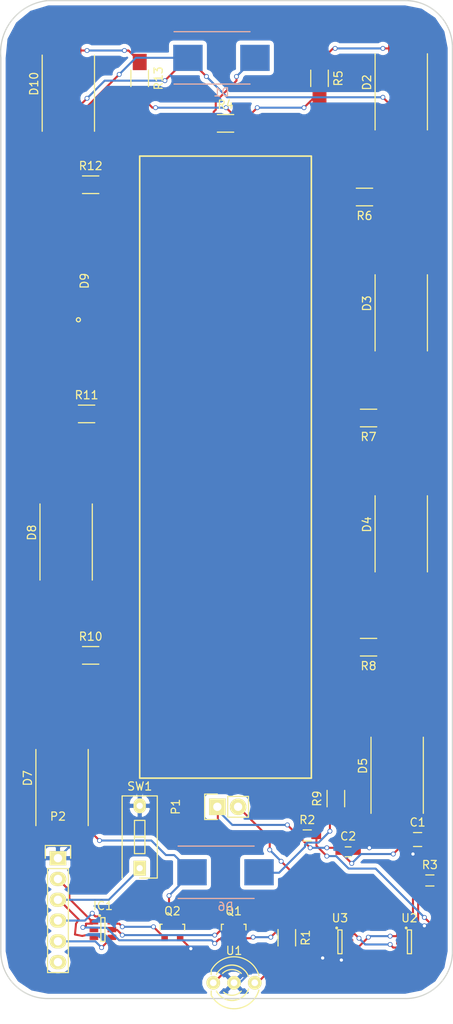
<source format=kicad_pcb>
(kicad_pcb (version 4) (host pcbnew 4.0.2-stable)

  (general
    (links 62)
    (no_connects 2)
    (area 119.908328 39.929999 175.335001 162.000001)
    (thickness 1.6)
    (drawings 12)
    (tracks 408)
    (zones 0)
    (modules 34)
    (nets 27)
  )

  (page A4)
  (title_block
    (title "Easy Lap Blaster Puck")
    (date 2016-06-08)
    (rev 0.1)
    (company "Bengineering Laboratory, Inc.")
  )

  (layers
    (0 F.Cu signal)
    (31 B.Cu signal)
    (32 B.Adhes user)
    (33 F.Adhes user)
    (34 B.Paste user)
    (35 F.Paste user)
    (36 B.SilkS user)
    (37 F.SilkS user)
    (38 B.Mask user)
    (39 F.Mask user)
    (40 Dwgs.User user)
    (41 Cmts.User user)
    (42 Eco1.User user)
    (43 Eco2.User user)
    (44 Edge.Cuts user)
    (45 Margin user)
    (46 B.CrtYd user)
    (47 F.CrtYd user)
    (48 B.Fab user)
    (49 F.Fab user)
  )

  (setup
    (last_trace_width 0.25)
    (trace_clearance 0.2)
    (zone_clearance 0.508)
    (zone_45_only no)
    (trace_min 0.2)
    (segment_width 0.2)
    (edge_width 0.15)
    (via_size 0.6)
    (via_drill 0.4)
    (via_min_size 0.4)
    (via_min_drill 0.3)
    (uvia_size 0.3)
    (uvia_drill 0.1)
    (uvias_allowed no)
    (uvia_min_size 0.2)
    (uvia_min_drill 0.1)
    (pcb_text_width 0.3)
    (pcb_text_size 1.5 1.5)
    (mod_edge_width 0.15)
    (mod_text_size 1 1)
    (mod_text_width 0.15)
    (pad_size 1.524 1.524)
    (pad_drill 0.762)
    (pad_to_mask_clearance 0.2)
    (aux_axis_origin 0 0)
    (visible_elements 7FFFFFFF)
    (pcbplotparams
      (layerselection 0x00030_80000001)
      (usegerberextensions false)
      (excludeedgelayer true)
      (linewidth 0.100000)
      (plotframeref false)
      (viasonmask false)
      (mode 1)
      (useauxorigin false)
      (hpglpennumber 1)
      (hpglpenspeed 20)
      (hpglpendiameter 15)
      (hpglpenoverlay 2)
      (psnegative false)
      (psa4output false)
      (plotreference true)
      (plotvalue true)
      (plotinvisibletext false)
      (padsonsilk false)
      (subtractmaskfromsilk false)
      (outputformat 1)
      (mirror false)
      (drillshape 1)
      (scaleselection 1)
      (outputdirectory ""))
  )

  (net 0 "")
  (net 1 /Vbat)
  (net 2 /GND)
  (net 3 /RA0)
  (net 4 /RA1)
  (net 5 /RA3)
  (net 6 /RA2)
  (net 7 "Net-(Q1-Pad2)")
  (net 8 "Net-(D1-Pad1)")
  (net 9 "Net-(R1-Pad2)")
  (net 10 "Net-(R2-Pad2)")
  (net 11 "Net-(R3-Pad1)")
  (net 12 "Net-(D1-Pad2)")
  (net 13 /G1)
  (net 14 /G2)
  (net 15 "Net-(U2-Pad4)")
  (net 16 /V-)
  (net 17 /D12)
  (net 18 "Net-(D2-Pad2)")
  (net 19 "Net-(D3-Pad2)")
  (net 20 "Net-(D4-Pad2)")
  (net 21 "Net-(D5-Pad2)")
  (net 22 "Net-(D6-Pad2)")
  (net 23 "Net-(D7-Pad2)")
  (net 24 "Net-(D8-Pad2)")
  (net 25 "Net-(D9-Pad2)")
  (net 26 "Net-(D10-Pad2)")

  (net_class Default "This is the default net class."
    (clearance 0.2)
    (trace_width 0.25)
    (via_dia 0.6)
    (via_drill 0.4)
    (uvia_dia 0.3)
    (uvia_drill 0.1)
    (add_net /D12)
    (add_net /G1)
    (add_net /G2)
    (add_net /GND)
    (add_net /RA0)
    (add_net /RA1)
    (add_net /RA2)
    (add_net /RA3)
    (add_net /V-)
    (add_net /Vbat)
    (add_net "Net-(D1-Pad1)")
    (add_net "Net-(D1-Pad2)")
    (add_net "Net-(D10-Pad2)")
    (add_net "Net-(D2-Pad2)")
    (add_net "Net-(D3-Pad2)")
    (add_net "Net-(D4-Pad2)")
    (add_net "Net-(D5-Pad2)")
    (add_net "Net-(D6-Pad2)")
    (add_net "Net-(D7-Pad2)")
    (add_net "Net-(D8-Pad2)")
    (add_net "Net-(D9-Pad2)")
    (add_net "Net-(Q1-Pad2)")
    (add_net "Net-(R1-Pad2)")
    (add_net "Net-(R2-Pad2)")
    (add_net "Net-(R3-Pad1)")
    (add_net "Net-(U2-Pad4)")
  )

  (module Capacitors_SMD:C_0805_HandSoldering (layer F.Cu) (tedit 541A9B8D) (tstamp 57579826)
    (at 171 142.5)
    (descr "Capacitor SMD 0805, hand soldering")
    (tags "capacitor 0805")
    (path /57471F56)
    (attr smd)
    (fp_text reference C1 (at 0 -2.1) (layer F.SilkS)
      (effects (font (size 1 1) (thickness 0.15)))
    )
    (fp_text value 10uF (at 0 2.1) (layer F.Fab)
      (effects (font (size 1 1) (thickness 0.15)))
    )
    (fp_line (start -2.3 -1) (end 2.3 -1) (layer F.CrtYd) (width 0.05))
    (fp_line (start -2.3 1) (end 2.3 1) (layer F.CrtYd) (width 0.05))
    (fp_line (start -2.3 -1) (end -2.3 1) (layer F.CrtYd) (width 0.05))
    (fp_line (start 2.3 -1) (end 2.3 1) (layer F.CrtYd) (width 0.05))
    (fp_line (start 0.5 -0.85) (end -0.5 -0.85) (layer F.SilkS) (width 0.15))
    (fp_line (start -0.5 0.85) (end 0.5 0.85) (layer F.SilkS) (width 0.15))
    (pad 1 smd rect (at -1.25 0) (size 1.5 1.25) (layers F.Cu F.Paste F.Mask)
      (net 1 /Vbat))
    (pad 2 smd rect (at 1.25 0) (size 1.5 1.25) (layers F.Cu F.Paste F.Mask)
      (net 2 /GND))
    (model Capacitors_SMD.3dshapes/C_0805_HandSoldering.wrl
      (at (xyz 0 0 0))
      (scale (xyz 1 1 1))
      (rotate (xyz 0 0 0))
    )
  )

  (module Capacitors_SMD:C_0603_HandSoldering (layer F.Cu) (tedit 541A9B4D) (tstamp 57579832)
    (at 162.5 144)
    (descr "Capacitor SMD 0603, hand soldering")
    (tags "capacitor 0603")
    (path /5747125A)
    (attr smd)
    (fp_text reference C2 (at 0 -1.9) (layer F.SilkS)
      (effects (font (size 1 1) (thickness 0.15)))
    )
    (fp_text value .1uF (at 0 1.9) (layer F.Fab)
      (effects (font (size 1 1) (thickness 0.15)))
    )
    (fp_line (start -1.85 -0.75) (end 1.85 -0.75) (layer F.CrtYd) (width 0.05))
    (fp_line (start -1.85 0.75) (end 1.85 0.75) (layer F.CrtYd) (width 0.05))
    (fp_line (start -1.85 -0.75) (end -1.85 0.75) (layer F.CrtYd) (width 0.05))
    (fp_line (start 1.85 -0.75) (end 1.85 0.75) (layer F.CrtYd) (width 0.05))
    (fp_line (start -0.35 -0.6) (end 0.35 -0.6) (layer F.SilkS) (width 0.15))
    (fp_line (start 0.35 0.6) (end -0.35 0.6) (layer F.SilkS) (width 0.15))
    (pad 1 smd rect (at -0.95 0) (size 1.2 0.75) (layers F.Cu F.Paste F.Mask)
      (net 1 /Vbat))
    (pad 2 smd rect (at 0.95 0) (size 1.2 0.75) (layers F.Cu F.Paste F.Mask)
      (net 2 /GND))
    (model Capacitors_SMD.3dshapes/C_0603_HandSoldering.wrl
      (at (xyz 0 0 0))
      (scale (xyz 1 1 1))
      (rotate (xyz 0 0 0))
    )
  )

  (module SOT-23-6 (layer F.Cu) (tedit 53DE8DE3) (tstamp 57579841)
    (at 132.5 153.5)
    (descr "6-pin SOT-23 package")
    (tags SOT-23-6)
    (path /574685FB)
    (attr smd)
    (fp_text reference IC1 (at 0 -2.9) (layer F.SilkS)
      (effects (font (size 1 1) (thickness 0.15)))
    )
    (fp_text value PIC10F322 (at 0 2.9) (layer F.Fab)
      (effects (font (size 1 1) (thickness 0.15)))
    )
    (fp_circle (center -0.4 -1.7) (end -0.3 -1.7) (layer F.SilkS) (width 0.15))
    (fp_line (start 0.25 -1.45) (end -0.25 -1.45) (layer F.SilkS) (width 0.15))
    (fp_line (start 0.25 1.45) (end 0.25 -1.45) (layer F.SilkS) (width 0.15))
    (fp_line (start -0.25 1.45) (end 0.25 1.45) (layer F.SilkS) (width 0.15))
    (fp_line (start -0.25 -1.45) (end -0.25 1.45) (layer F.SilkS) (width 0.15))
    (pad 1 smd rect (at -1.1 -0.95) (size 1.06 0.65) (layers F.Cu F.Paste F.Mask)
      (net 3 /RA0))
    (pad 2 smd rect (at -1.1 0) (size 1.06 0.65) (layers F.Cu F.Paste F.Mask)
      (net 2 /GND))
    (pad 3 smd rect (at -1.1 0.95) (size 1.06 0.65) (layers F.Cu F.Paste F.Mask)
      (net 4 /RA1))
    (pad 4 smd rect (at 1.1 0.95) (size 1.06 0.65) (layers F.Cu F.Paste F.Mask)
      (net 5 /RA3))
    (pad 6 smd rect (at 1.1 -0.95) (size 1.06 0.65) (layers F.Cu F.Paste F.Mask)
      (net 6 /RA2))
    (pad 5 smd rect (at 1.1 0) (size 1.06 0.65) (layers F.Cu F.Paste F.Mask)
      (net 1 /Vbat))
    (model TO_SOT_Packages_SMD.3dshapes/SOT-23-6.wrl
      (at (xyz 0 0 0))
      (scale (xyz 1 1 1))
      (rotate (xyz 0 0 0))
    )
  )

  (module SOT-23 (layer F.Cu) (tedit 553634F8) (tstamp 57579851)
    (at 148.5 153.5)
    (descr "SOT-23, Standard")
    (tags SOT-23)
    (path /57490B3B)
    (attr smd)
    (fp_text reference Q1 (at 0 -2.25) (layer F.SilkS)
      (effects (font (size 1 1) (thickness 0.15)))
    )
    (fp_text value AO3401A (at 0 2.3) (layer F.Fab)
      (effects (font (size 1 1) (thickness 0.15)))
    )
    (fp_line (start -1.65 -1.6) (end 1.65 -1.6) (layer F.CrtYd) (width 0.05))
    (fp_line (start 1.65 -1.6) (end 1.65 1.6) (layer F.CrtYd) (width 0.05))
    (fp_line (start 1.65 1.6) (end -1.65 1.6) (layer F.CrtYd) (width 0.05))
    (fp_line (start -1.65 1.6) (end -1.65 -1.6) (layer F.CrtYd) (width 0.05))
    (fp_line (start 1.29916 -0.65024) (end 1.2509 -0.65024) (layer F.SilkS) (width 0.15))
    (fp_line (start -1.49982 0.0508) (end -1.49982 -0.65024) (layer F.SilkS) (width 0.15))
    (fp_line (start -1.49982 -0.65024) (end -1.2509 -0.65024) (layer F.SilkS) (width 0.15))
    (fp_line (start 1.29916 -0.65024) (end 1.49982 -0.65024) (layer F.SilkS) (width 0.15))
    (fp_line (start 1.49982 -0.65024) (end 1.49982 0.0508) (layer F.SilkS) (width 0.15))
    (pad 1 smd rect (at -0.95 1.00076) (size 0.8001 0.8001) (layers F.Cu F.Paste F.Mask)
      (net 3 /RA0))
    (pad 2 smd rect (at 0.95 1.00076) (size 0.8001 0.8001) (layers F.Cu F.Paste F.Mask)
      (net 7 "Net-(Q1-Pad2)"))
    (pad 3 smd rect (at 0 -0.99822) (size 0.8001 0.8001) (layers F.Cu F.Paste F.Mask)
      (net 1 /Vbat))
    (model TO_SOT_Packages_SMD.3dshapes/SOT-23.wrl
      (at (xyz 0 0 0))
      (scale (xyz 1 1 1))
      (rotate (xyz 0 0 0))
    )
  )

  (module SOT-23 (layer F.Cu) (tedit 553634F8) (tstamp 57579861)
    (at 141 153.5)
    (descr "SOT-23, Standard")
    (tags SOT-23)
    (path /574673B9)
    (attr smd)
    (fp_text reference Q2 (at 0 -2.25) (layer F.SilkS)
      (effects (font (size 1 1) (thickness 0.15)))
    )
    (fp_text value AO3400A (at 0 2.3) (layer F.Fab)
      (effects (font (size 1 1) (thickness 0.15)))
    )
    (fp_line (start -1.65 -1.6) (end 1.65 -1.6) (layer F.CrtYd) (width 0.05))
    (fp_line (start 1.65 -1.6) (end 1.65 1.6) (layer F.CrtYd) (width 0.05))
    (fp_line (start 1.65 1.6) (end -1.65 1.6) (layer F.CrtYd) (width 0.05))
    (fp_line (start -1.65 1.6) (end -1.65 -1.6) (layer F.CrtYd) (width 0.05))
    (fp_line (start 1.29916 -0.65024) (end 1.2509 -0.65024) (layer F.SilkS) (width 0.15))
    (fp_line (start -1.49982 0.0508) (end -1.49982 -0.65024) (layer F.SilkS) (width 0.15))
    (fp_line (start -1.49982 -0.65024) (end -1.2509 -0.65024) (layer F.SilkS) (width 0.15))
    (fp_line (start 1.29916 -0.65024) (end 1.49982 -0.65024) (layer F.SilkS) (width 0.15))
    (fp_line (start 1.49982 -0.65024) (end 1.49982 0.0508) (layer F.SilkS) (width 0.15))
    (pad 1 smd rect (at -0.95 1.00076) (size 0.8001 0.8001) (layers F.Cu F.Paste F.Mask)
      (net 6 /RA2))
    (pad 2 smd rect (at 0.95 1.00076) (size 0.8001 0.8001) (layers F.Cu F.Paste F.Mask)
      (net 2 /GND))
    (pad 3 smd rect (at 0 -0.99822) (size 0.8001 0.8001) (layers F.Cu F.Paste F.Mask)
      (net 8 "Net-(D1-Pad1)"))
    (model TO_SOT_Packages_SMD.3dshapes/SOT-23.wrl
      (at (xyz 0 0 0))
      (scale (xyz 1 1 1))
      (rotate (xyz 0 0 0))
    )
  )

  (module Resistors_SMD:R_1206_HandSoldering (layer F.Cu) (tedit 5418A20D) (tstamp 5757986D)
    (at 155 154.5 270)
    (descr "Resistor SMD 1206, hand soldering")
    (tags "resistor 1206")
    (path /57491D65)
    (attr smd)
    (fp_text reference R1 (at 0 -2.3 270) (layer F.SilkS)
      (effects (font (size 1 1) (thickness 0.15)))
    )
    (fp_text value 100 (at 0 2.3 270) (layer F.Fab)
      (effects (font (size 1 1) (thickness 0.15)))
    )
    (fp_line (start -3.3 -1.2) (end 3.3 -1.2) (layer F.CrtYd) (width 0.05))
    (fp_line (start -3.3 1.2) (end 3.3 1.2) (layer F.CrtYd) (width 0.05))
    (fp_line (start -3.3 -1.2) (end -3.3 1.2) (layer F.CrtYd) (width 0.05))
    (fp_line (start 3.3 -1.2) (end 3.3 1.2) (layer F.CrtYd) (width 0.05))
    (fp_line (start 1 1.075) (end -1 1.075) (layer F.SilkS) (width 0.15))
    (fp_line (start -1 -1.075) (end 1 -1.075) (layer F.SilkS) (width 0.15))
    (pad 1 smd rect (at -2 0 270) (size 2 1.7) (layers F.Cu F.Paste F.Mask)
      (net 7 "Net-(Q1-Pad2)"))
    (pad 2 smd rect (at 2 0 270) (size 2 1.7) (layers F.Cu F.Paste F.Mask)
      (net 9 "Net-(R1-Pad2)"))
    (model Resistors_SMD.3dshapes/R_1206_HandSoldering.wrl
      (at (xyz 0 0 0))
      (scale (xyz 1 1 1))
      (rotate (xyz 0 0 0))
    )
  )

  (module Resistors_SMD:R_0603_HandSoldering (layer F.Cu) (tedit 5418A00F) (tstamp 57579879)
    (at 157.5 142)
    (descr "Resistor SMD 0603, hand soldering")
    (tags "resistor 0603")
    (path /5748BBE7)
    (attr smd)
    (fp_text reference R2 (at 0 -1.9) (layer F.SilkS)
      (effects (font (size 1 1) (thickness 0.15)))
    )
    (fp_text value 100 (at 0 1.9) (layer F.Fab)
      (effects (font (size 1 1) (thickness 0.15)))
    )
    (fp_line (start -2 -0.8) (end 2 -0.8) (layer F.CrtYd) (width 0.05))
    (fp_line (start -2 0.8) (end 2 0.8) (layer F.CrtYd) (width 0.05))
    (fp_line (start -2 -0.8) (end -2 0.8) (layer F.CrtYd) (width 0.05))
    (fp_line (start 2 -0.8) (end 2 0.8) (layer F.CrtYd) (width 0.05))
    (fp_line (start 0.5 0.675) (end -0.5 0.675) (layer F.SilkS) (width 0.15))
    (fp_line (start -0.5 -0.675) (end 0.5 -0.675) (layer F.SilkS) (width 0.15))
    (pad 1 smd rect (at -1.1 0) (size 1.2 0.9) (layers F.Cu F.Paste F.Mask)
      (net 1 /Vbat))
    (pad 2 smd rect (at 1.1 0) (size 1.2 0.9) (layers F.Cu F.Paste F.Mask)
      (net 10 "Net-(R2-Pad2)"))
    (model Resistors_SMD.3dshapes/R_0603_HandSoldering.wrl
      (at (xyz 0 0 0))
      (scale (xyz 1 1 1))
      (rotate (xyz 0 0 0))
    )
  )

  (module Resistors_SMD:R_0603_HandSoldering (layer F.Cu) (tedit 5418A00F) (tstamp 57579885)
    (at 172.5 147.5)
    (descr "Resistor SMD 0603, hand soldering")
    (tags "resistor 0603")
    (path /5748B706)
    (attr smd)
    (fp_text reference R3 (at 0 -1.9) (layer F.SilkS)
      (effects (font (size 1 1) (thickness 0.15)))
    )
    (fp_text value 1000 (at 0 1.9) (layer F.Fab)
      (effects (font (size 1 1) (thickness 0.15)))
    )
    (fp_line (start -2 -0.8) (end 2 -0.8) (layer F.CrtYd) (width 0.05))
    (fp_line (start -2 0.8) (end 2 0.8) (layer F.CrtYd) (width 0.05))
    (fp_line (start -2 -0.8) (end -2 0.8) (layer F.CrtYd) (width 0.05))
    (fp_line (start 2 -0.8) (end 2 0.8) (layer F.CrtYd) (width 0.05))
    (fp_line (start 0.5 0.675) (end -0.5 0.675) (layer F.SilkS) (width 0.15))
    (fp_line (start -0.5 -0.675) (end 0.5 -0.675) (layer F.SilkS) (width 0.15))
    (pad 1 smd rect (at -1.1 0) (size 1.2 0.9) (layers F.Cu F.Paste F.Mask)
      (net 11 "Net-(R3-Pad1)"))
    (pad 2 smd rect (at 1.1 0) (size 1.2 0.9) (layers F.Cu F.Paste F.Mask)
      (net 2 /GND))
    (model Resistors_SMD.3dshapes/R_0603_HandSoldering.wrl
      (at (xyz 0 0 0))
      (scale (xyz 1 1 1))
      (rotate (xyz 0 0 0))
    )
  )

  (module Resistors_SMD:R_1206_HandSoldering (layer F.Cu) (tedit 5418A20D) (tstamp 57579891)
    (at 147.5 55)
    (descr "Resistor SMD 1206, hand soldering")
    (tags "resistor 1206")
    (path /57473065)
    (attr smd)
    (fp_text reference R4 (at 0 -2.3) (layer F.SilkS)
      (effects (font (size 1 1) (thickness 0.15)))
    )
    (fp_text value 5.6 (at 0 2.3) (layer F.Fab)
      (effects (font (size 1 1) (thickness 0.15)))
    )
    (fp_line (start -3.3 -1.2) (end 3.3 -1.2) (layer F.CrtYd) (width 0.05))
    (fp_line (start -3.3 1.2) (end 3.3 1.2) (layer F.CrtYd) (width 0.05))
    (fp_line (start -3.3 -1.2) (end -3.3 1.2) (layer F.CrtYd) (width 0.05))
    (fp_line (start 3.3 -1.2) (end 3.3 1.2) (layer F.CrtYd) (width 0.05))
    (fp_line (start 1 1.075) (end -1 1.075) (layer F.SilkS) (width 0.15))
    (fp_line (start -1 -1.075) (end 1 -1.075) (layer F.SilkS) (width 0.15))
    (pad 1 smd rect (at -2 0) (size 2 1.7) (layers F.Cu F.Paste F.Mask)
      (net 12 "Net-(D1-Pad2)"))
    (pad 2 smd rect (at 2 0) (size 2 1.7) (layers F.Cu F.Paste F.Mask)
      (net 1 /Vbat))
    (model Resistors_SMD.3dshapes/R_1206_HandSoldering.wrl
      (at (xyz 0 0 0))
      (scale (xyz 1 1 1))
      (rotate (xyz 0 0 0))
    )
  )

  (module TO_SOT_Packages_SMD:SOT-23-6 (layer F.Cu) (tedit 53DE8DE3) (tstamp 575798A0)
    (at 170 155)
    (descr "6-pin SOT-23 package")
    (tags SOT-23-6)
    (path /57476984)
    (attr smd)
    (fp_text reference U2 (at 0 -2.9) (layer F.SilkS)
      (effects (font (size 1 1) (thickness 0.15)))
    )
    (fp_text value DW-01 (at 0 2.9) (layer F.Fab)
      (effects (font (size 1 1) (thickness 0.15)))
    )
    (fp_circle (center -0.4 -1.7) (end -0.3 -1.7) (layer F.SilkS) (width 0.15))
    (fp_line (start 0.25 -1.45) (end -0.25 -1.45) (layer F.SilkS) (width 0.15))
    (fp_line (start 0.25 1.45) (end 0.25 -1.45) (layer F.SilkS) (width 0.15))
    (fp_line (start -0.25 1.45) (end 0.25 1.45) (layer F.SilkS) (width 0.15))
    (fp_line (start -0.25 -1.45) (end -0.25 1.45) (layer F.SilkS) (width 0.15))
    (pad 1 smd rect (at -1.1 -0.95) (size 1.06 0.65) (layers F.Cu F.Paste F.Mask)
      (net 13 /G1))
    (pad 2 smd rect (at -1.1 0) (size 1.06 0.65) (layers F.Cu F.Paste F.Mask)
      (net 11 "Net-(R3-Pad1)"))
    (pad 3 smd rect (at -1.1 0.95) (size 1.06 0.65) (layers F.Cu F.Paste F.Mask)
      (net 14 /G2))
    (pad 4 smd rect (at 1.1 0.95) (size 1.06 0.65) (layers F.Cu F.Paste F.Mask)
      (net 15 "Net-(U2-Pad4)"))
    (pad 6 smd rect (at 1.1 -0.95) (size 1.06 0.65) (layers F.Cu F.Paste F.Mask)
      (net 2 /GND))
    (pad 5 smd rect (at 1.1 0) (size 1.06 0.65) (layers F.Cu F.Paste F.Mask)
      (net 10 "Net-(R2-Pad2)"))
    (model TO_SOT_Packages_SMD.3dshapes/SOT-23-6.wrl
      (at (xyz 0 0 0))
      (scale (xyz 1 1 1))
      (rotate (xyz 0 0 0))
    )
  )

  (module TO_SOT_Packages_SMD:SOT-23-6 (layer F.Cu) (tedit 53DE8DE3) (tstamp 575798AF)
    (at 161.5 155)
    (descr "6-pin SOT-23 package")
    (tags SOT-23-6)
    (path /574777DE)
    (attr smd)
    (fp_text reference U3 (at 0 -2.9) (layer F.SilkS)
      (effects (font (size 1 1) (thickness 0.15)))
    )
    (fp_text value FS8205 (at 0 2.9) (layer F.Fab)
      (effects (font (size 1 1) (thickness 0.15)))
    )
    (fp_circle (center -0.4 -1.7) (end -0.3 -1.7) (layer F.SilkS) (width 0.15))
    (fp_line (start 0.25 -1.45) (end -0.25 -1.45) (layer F.SilkS) (width 0.15))
    (fp_line (start 0.25 1.45) (end 0.25 -1.45) (layer F.SilkS) (width 0.15))
    (fp_line (start -0.25 1.45) (end 0.25 1.45) (layer F.SilkS) (width 0.15))
    (fp_line (start -0.25 -1.45) (end -0.25 1.45) (layer F.SilkS) (width 0.15))
    (pad 1 smd rect (at -1.1 -0.95) (size 1.06 0.65) (layers F.Cu F.Paste F.Mask)
      (net 16 /V-))
    (pad 2 smd rect (at -1.1 0) (size 1.06 0.65) (layers F.Cu F.Paste F.Mask)
      (net 17 /D12))
    (pad 3 smd rect (at -1.1 0.95) (size 1.06 0.65) (layers F.Cu F.Paste F.Mask)
      (net 2 /GND))
    (pad 4 smd rect (at 1.1 0.95) (size 1.06 0.65) (layers F.Cu F.Paste F.Mask)
      (net 13 /G1))
    (pad 6 smd rect (at 1.1 -0.95) (size 1.06 0.65) (layers F.Cu F.Paste F.Mask)
      (net 14 /G2))
    (pad 5 smd rect (at 1.1 0) (size 1.06 0.65) (layers F.Cu F.Paste F.Mask)
      (net 17 /D12))
    (model TO_SOT_Packages_SMD.3dshapes/SOT-23-6.wrl
      (at (xyz 0 0 0))
      (scale (xyz 1 1 1))
      (rotate (xyz 0 0 0))
    )
  )

  (module Diodes_SMD:DO-214AB_Handsoldering (layer B.Cu) (tedit 55429DAE) (tstamp 575801D2)
    (at 147 47)
    (descr "Jedec DO-214AB diode package. Designed according to Fairchild SS32 datasheet.")
    (tags "DO-214AB diode Handsoldering")
    (path /57467138)
    (attr smd)
    (fp_text reference D1 (at 0 4.2) (layer B.SilkS)
      (effects (font (size 1 1) (thickness 0.15)) (justify mirror))
    )
    (fp_text value LED (at 0 -4.6) (layer B.Fab)
      (effects (font (size 1 1) (thickness 0.15)) (justify mirror))
    )
    (fp_line (start -6.15 3.45) (end 6.15 3.45) (layer B.CrtYd) (width 0.05))
    (fp_line (start 6.15 3.45) (end 6.15 -3.45) (layer B.CrtYd) (width 0.05))
    (fp_line (start 6.15 -3.45) (end -6.15 -3.45) (layer B.CrtYd) (width 0.05))
    (fp_line (start -6.15 -3.45) (end -6.15 3.45) (layer B.CrtYd) (width 0.05))
    (fp_line (start 3.5 -3.2) (end -5.8 -3.2) (layer B.SilkS) (width 0.15))
    (fp_line (start -5.8 3.2) (end 3.5 3.2) (layer B.SilkS) (width 0.15))
    (pad 2 smd rect (at 4.1 0) (size 3.6 3.2) (layers B.Cu B.Paste B.Mask)
      (net 12 "Net-(D1-Pad2)"))
    (pad 1 smd rect (at -4.1 0) (size 3.6 3.2) (layers B.Cu B.Paste B.Mask)
      (net 8 "Net-(D1-Pad1)"))
    (model Diodes_SMD.3dshapes/DO-214AB_Handsoldering.wrl
      (at (xyz 0 0 0))
      (scale (xyz 0.39 0.39 0.39))
      (rotate (xyz 0 0 180))
    )
  )

  (module Diodes_SMD:DO-214AB_Handsoldering (layer F.Cu) (tedit 55429DAE) (tstamp 575801DE)
    (at 169 50 90)
    (descr "Jedec DO-214AB diode package. Designed according to Fairchild SS32 datasheet.")
    (tags "DO-214AB diode Handsoldering")
    (path /5746713E)
    (attr smd)
    (fp_text reference D2 (at 0 -4.2 90) (layer F.SilkS)
      (effects (font (size 1 1) (thickness 0.15)))
    )
    (fp_text value LED (at 0 4.6 90) (layer F.Fab)
      (effects (font (size 1 1) (thickness 0.15)))
    )
    (fp_line (start -6.15 -3.45) (end 6.15 -3.45) (layer F.CrtYd) (width 0.05))
    (fp_line (start 6.15 -3.45) (end 6.15 3.45) (layer F.CrtYd) (width 0.05))
    (fp_line (start 6.15 3.45) (end -6.15 3.45) (layer F.CrtYd) (width 0.05))
    (fp_line (start -6.15 3.45) (end -6.15 -3.45) (layer F.CrtYd) (width 0.05))
    (fp_line (start 3.5 3.2) (end -5.8 3.2) (layer F.SilkS) (width 0.15))
    (fp_line (start -5.8 -3.2) (end 3.5 -3.2) (layer F.SilkS) (width 0.15))
    (pad 2 smd rect (at 4.1 0 90) (size 3.6 3.2) (layers F.Cu F.Paste F.Mask)
      (net 18 "Net-(D2-Pad2)"))
    (pad 1 smd rect (at -4.1 0 90) (size 3.6 3.2) (layers F.Cu F.Paste F.Mask)
      (net 8 "Net-(D1-Pad1)"))
    (model Diodes_SMD.3dshapes/DO-214AB_Handsoldering.wrl
      (at (xyz 0 0 0))
      (scale (xyz 0.39 0.39 0.39))
      (rotate (xyz 0 0 180))
    )
  )

  (module Diodes_SMD:DO-214AB_Handsoldering (layer F.Cu) (tedit 55429DAE) (tstamp 575801EA)
    (at 169 77 90)
    (descr "Jedec DO-214AB diode package. Designed according to Fairchild SS32 datasheet.")
    (tags "DO-214AB diode Handsoldering")
    (path /57467144)
    (attr smd)
    (fp_text reference D3 (at 0 -4.2 90) (layer F.SilkS)
      (effects (font (size 1 1) (thickness 0.15)))
    )
    (fp_text value LED (at 0 4.6 90) (layer F.Fab)
      (effects (font (size 1 1) (thickness 0.15)))
    )
    (fp_line (start -6.15 -3.45) (end 6.15 -3.45) (layer F.CrtYd) (width 0.05))
    (fp_line (start 6.15 -3.45) (end 6.15 3.45) (layer F.CrtYd) (width 0.05))
    (fp_line (start 6.15 3.45) (end -6.15 3.45) (layer F.CrtYd) (width 0.05))
    (fp_line (start -6.15 3.45) (end -6.15 -3.45) (layer F.CrtYd) (width 0.05))
    (fp_line (start 3.5 3.2) (end -5.8 3.2) (layer F.SilkS) (width 0.15))
    (fp_line (start -5.8 -3.2) (end 3.5 -3.2) (layer F.SilkS) (width 0.15))
    (pad 2 smd rect (at 4.1 0 90) (size 3.6 3.2) (layers F.Cu F.Paste F.Mask)
      (net 19 "Net-(D3-Pad2)"))
    (pad 1 smd rect (at -4.1 0 90) (size 3.6 3.2) (layers F.Cu F.Paste F.Mask)
      (net 8 "Net-(D1-Pad1)"))
    (model Diodes_SMD.3dshapes/DO-214AB_Handsoldering.wrl
      (at (xyz 0 0 0))
      (scale (xyz 0.39 0.39 0.39))
      (rotate (xyz 0 0 180))
    )
  )

  (module Diodes_SMD:DO-214AB_Handsoldering (layer F.Cu) (tedit 55429DAE) (tstamp 575801F6)
    (at 169 104 90)
    (descr "Jedec DO-214AB diode package. Designed according to Fairchild SS32 datasheet.")
    (tags "DO-214AB diode Handsoldering")
    (path /57466E07)
    (attr smd)
    (fp_text reference D4 (at 0 -4.2 90) (layer F.SilkS)
      (effects (font (size 1 1) (thickness 0.15)))
    )
    (fp_text value LED (at 0 4.6 90) (layer F.Fab)
      (effects (font (size 1 1) (thickness 0.15)))
    )
    (fp_line (start -6.15 -3.45) (end 6.15 -3.45) (layer F.CrtYd) (width 0.05))
    (fp_line (start 6.15 -3.45) (end 6.15 3.45) (layer F.CrtYd) (width 0.05))
    (fp_line (start 6.15 3.45) (end -6.15 3.45) (layer F.CrtYd) (width 0.05))
    (fp_line (start -6.15 3.45) (end -6.15 -3.45) (layer F.CrtYd) (width 0.05))
    (fp_line (start 3.5 3.2) (end -5.8 3.2) (layer F.SilkS) (width 0.15))
    (fp_line (start -5.8 -3.2) (end 3.5 -3.2) (layer F.SilkS) (width 0.15))
    (pad 2 smd rect (at 4.1 0 90) (size 3.6 3.2) (layers F.Cu F.Paste F.Mask)
      (net 20 "Net-(D4-Pad2)"))
    (pad 1 smd rect (at -4.1 0 90) (size 3.6 3.2) (layers F.Cu F.Paste F.Mask)
      (net 8 "Net-(D1-Pad1)"))
    (model Diodes_SMD.3dshapes/DO-214AB_Handsoldering.wrl
      (at (xyz 0 0 0))
      (scale (xyz 0.39 0.39 0.39))
      (rotate (xyz 0 0 180))
    )
  )

  (module Diodes_SMD:DO-214AB_Handsoldering (layer F.Cu) (tedit 55429DAE) (tstamp 57580202)
    (at 168.5 133.5 90)
    (descr "Jedec DO-214AB diode package. Designed according to Fairchild SS32 datasheet.")
    (tags "DO-214AB diode Handsoldering")
    (path /57466E8E)
    (attr smd)
    (fp_text reference D5 (at 0 -4.2 90) (layer F.SilkS)
      (effects (font (size 1 1) (thickness 0.15)))
    )
    (fp_text value LED (at 0 4.6 90) (layer F.Fab)
      (effects (font (size 1 1) (thickness 0.15)))
    )
    (fp_line (start -6.15 -3.45) (end 6.15 -3.45) (layer F.CrtYd) (width 0.05))
    (fp_line (start 6.15 -3.45) (end 6.15 3.45) (layer F.CrtYd) (width 0.05))
    (fp_line (start 6.15 3.45) (end -6.15 3.45) (layer F.CrtYd) (width 0.05))
    (fp_line (start -6.15 3.45) (end -6.15 -3.45) (layer F.CrtYd) (width 0.05))
    (fp_line (start 3.5 3.2) (end -5.8 3.2) (layer F.SilkS) (width 0.15))
    (fp_line (start -5.8 -3.2) (end 3.5 -3.2) (layer F.SilkS) (width 0.15))
    (pad 2 smd rect (at 4.1 0 90) (size 3.6 3.2) (layers F.Cu F.Paste F.Mask)
      (net 21 "Net-(D5-Pad2)"))
    (pad 1 smd rect (at -4.1 0 90) (size 3.6 3.2) (layers F.Cu F.Paste F.Mask)
      (net 8 "Net-(D1-Pad1)"))
    (model Diodes_SMD.3dshapes/DO-214AB_Handsoldering.wrl
      (at (xyz 0 0 0))
      (scale (xyz 0.39 0.39 0.39))
      (rotate (xyz 0 0 180))
    )
  )

  (module Diodes_SMD:DO-214AB_Handsoldering (layer B.Cu) (tedit 55429DAE) (tstamp 5758020E)
    (at 147.5 146.5)
    (descr "Jedec DO-214AB diode package. Designed according to Fairchild SS32 datasheet.")
    (tags "DO-214AB diode Handsoldering")
    (path /57466EB2)
    (attr smd)
    (fp_text reference D6 (at 0 4.2) (layer B.SilkS)
      (effects (font (size 1 1) (thickness 0.15)) (justify mirror))
    )
    (fp_text value LED (at 0 -4.6) (layer B.Fab)
      (effects (font (size 1 1) (thickness 0.15)) (justify mirror))
    )
    (fp_line (start -6.15 3.45) (end 6.15 3.45) (layer B.CrtYd) (width 0.05))
    (fp_line (start 6.15 3.45) (end 6.15 -3.45) (layer B.CrtYd) (width 0.05))
    (fp_line (start 6.15 -3.45) (end -6.15 -3.45) (layer B.CrtYd) (width 0.05))
    (fp_line (start -6.15 -3.45) (end -6.15 3.45) (layer B.CrtYd) (width 0.05))
    (fp_line (start 3.5 -3.2) (end -5.8 -3.2) (layer B.SilkS) (width 0.15))
    (fp_line (start -5.8 3.2) (end 3.5 3.2) (layer B.SilkS) (width 0.15))
    (pad 2 smd rect (at 4.1 0) (size 3.6 3.2) (layers B.Cu B.Paste B.Mask)
      (net 22 "Net-(D6-Pad2)"))
    (pad 1 smd rect (at -4.1 0) (size 3.6 3.2) (layers B.Cu B.Paste B.Mask)
      (net 8 "Net-(D1-Pad1)"))
    (model Diodes_SMD.3dshapes/DO-214AB_Handsoldering.wrl
      (at (xyz 0 0 0))
      (scale (xyz 0.39 0.39 0.39))
      (rotate (xyz 0 0 180))
    )
  )

  (module Diodes_SMD:DO-214AB_Handsoldering (layer F.Cu) (tedit 55429DAE) (tstamp 5758021A)
    (at 127.5 135 90)
    (descr "Jedec DO-214AB diode package. Designed according to Fairchild SS32 datasheet.")
    (tags "DO-214AB diode Handsoldering")
    (path /57467184)
    (attr smd)
    (fp_text reference D7 (at 0 -4.2 90) (layer F.SilkS)
      (effects (font (size 1 1) (thickness 0.15)))
    )
    (fp_text value LED (at 0 4.6 90) (layer F.Fab)
      (effects (font (size 1 1) (thickness 0.15)))
    )
    (fp_line (start -6.15 -3.45) (end 6.15 -3.45) (layer F.CrtYd) (width 0.05))
    (fp_line (start 6.15 -3.45) (end 6.15 3.45) (layer F.CrtYd) (width 0.05))
    (fp_line (start 6.15 3.45) (end -6.15 3.45) (layer F.CrtYd) (width 0.05))
    (fp_line (start -6.15 3.45) (end -6.15 -3.45) (layer F.CrtYd) (width 0.05))
    (fp_line (start 3.5 3.2) (end -5.8 3.2) (layer F.SilkS) (width 0.15))
    (fp_line (start -5.8 -3.2) (end 3.5 -3.2) (layer F.SilkS) (width 0.15))
    (pad 2 smd rect (at 4.1 0 90) (size 3.6 3.2) (layers F.Cu F.Paste F.Mask)
      (net 23 "Net-(D7-Pad2)"))
    (pad 1 smd rect (at -4.1 0 90) (size 3.6 3.2) (layers F.Cu F.Paste F.Mask)
      (net 8 "Net-(D1-Pad1)"))
    (model Diodes_SMD.3dshapes/DO-214AB_Handsoldering.wrl
      (at (xyz 0 0 0))
      (scale (xyz 0.39 0.39 0.39))
      (rotate (xyz 0 0 180))
    )
  )

  (module Diodes_SMD:DO-214AB_Handsoldering (layer F.Cu) (tedit 55429DAE) (tstamp 57580226)
    (at 128 105 90)
    (descr "Jedec DO-214AB diode package. Designed according to Fairchild SS32 datasheet.")
    (tags "DO-214AB diode Handsoldering")
    (path /5746718A)
    (attr smd)
    (fp_text reference D8 (at 0 -4.2 90) (layer F.SilkS)
      (effects (font (size 1 1) (thickness 0.15)))
    )
    (fp_text value LED (at 0 4.6 90) (layer F.Fab)
      (effects (font (size 1 1) (thickness 0.15)))
    )
    (fp_line (start -6.15 -3.45) (end 6.15 -3.45) (layer F.CrtYd) (width 0.05))
    (fp_line (start 6.15 -3.45) (end 6.15 3.45) (layer F.CrtYd) (width 0.05))
    (fp_line (start 6.15 3.45) (end -6.15 3.45) (layer F.CrtYd) (width 0.05))
    (fp_line (start -6.15 3.45) (end -6.15 -3.45) (layer F.CrtYd) (width 0.05))
    (fp_line (start 3.5 3.2) (end -5.8 3.2) (layer F.SilkS) (width 0.15))
    (fp_line (start -5.8 -3.2) (end 3.5 -3.2) (layer F.SilkS) (width 0.15))
    (pad 2 smd rect (at 4.1 0 90) (size 3.6 3.2) (layers F.Cu F.Paste F.Mask)
      (net 24 "Net-(D8-Pad2)"))
    (pad 1 smd rect (at -4.1 0 90) (size 3.6 3.2) (layers F.Cu F.Paste F.Mask)
      (net 8 "Net-(D1-Pad1)"))
    (model Diodes_SMD.3dshapes/DO-214AB_Handsoldering.wrl
      (at (xyz 0 0 0))
      (scale (xyz 0.39 0.39 0.39))
      (rotate (xyz 0 0 180))
    )
  )

  (module Diodes_SMD:DO-214AB_Handsoldering (layer F.Cu) (tedit 55429DAE) (tstamp 5758023E)
    (at 128.27 50.165 90)
    (descr "Jedec DO-214AB diode package. Designed according to Fairchild SS32 datasheet.")
    (tags "DO-214AB diode Handsoldering")
    (path /5747263F)
    (attr smd)
    (fp_text reference D10 (at 0 -4.2 90) (layer F.SilkS)
      (effects (font (size 1 1) (thickness 0.15)))
    )
    (fp_text value LED (at 0 4.6 90) (layer F.Fab)
      (effects (font (size 1 1) (thickness 0.15)))
    )
    (fp_line (start -6.15 -3.45) (end 6.15 -3.45) (layer F.CrtYd) (width 0.05))
    (fp_line (start 6.15 -3.45) (end 6.15 3.45) (layer F.CrtYd) (width 0.05))
    (fp_line (start 6.15 3.45) (end -6.15 3.45) (layer F.CrtYd) (width 0.05))
    (fp_line (start -6.15 3.45) (end -6.15 -3.45) (layer F.CrtYd) (width 0.05))
    (fp_line (start 3.5 3.2) (end -5.8 3.2) (layer F.SilkS) (width 0.15))
    (fp_line (start -5.8 -3.2) (end 3.5 -3.2) (layer F.SilkS) (width 0.15))
    (pad 2 smd rect (at 4.1 0 90) (size 3.6 3.2) (layers F.Cu F.Paste F.Mask)
      (net 26 "Net-(D10-Pad2)"))
    (pad 1 smd rect (at -4.1 0 90) (size 3.6 3.2) (layers F.Cu F.Paste F.Mask)
      (net 8 "Net-(D1-Pad1)"))
    (model Diodes_SMD.3dshapes/DO-214AB_Handsoldering.wrl
      (at (xyz 0 0 0))
      (scale (xyz 0.39 0.39 0.39))
      (rotate (xyz 0 0 180))
    )
  )

  (module Resistors_SMD:R_1206_HandSoldering (layer F.Cu) (tedit 5418A20D) (tstamp 5758024A)
    (at 159 49.5 270)
    (descr "Resistor SMD 1206, hand soldering")
    (tags "resistor 1206")
    (path /574736A2)
    (attr smd)
    (fp_text reference R5 (at 0 -2.3 270) (layer F.SilkS)
      (effects (font (size 1 1) (thickness 0.15)))
    )
    (fp_text value 5.6 (at 0 2.3 270) (layer F.Fab)
      (effects (font (size 1 1) (thickness 0.15)))
    )
    (fp_line (start -3.3 -1.2) (end 3.3 -1.2) (layer F.CrtYd) (width 0.05))
    (fp_line (start -3.3 1.2) (end 3.3 1.2) (layer F.CrtYd) (width 0.05))
    (fp_line (start -3.3 -1.2) (end -3.3 1.2) (layer F.CrtYd) (width 0.05))
    (fp_line (start 3.3 -1.2) (end 3.3 1.2) (layer F.CrtYd) (width 0.05))
    (fp_line (start 1 1.075) (end -1 1.075) (layer F.SilkS) (width 0.15))
    (fp_line (start -1 -1.075) (end 1 -1.075) (layer F.SilkS) (width 0.15))
    (pad 1 smd rect (at -2 0 270) (size 2 1.7) (layers F.Cu F.Paste F.Mask)
      (net 18 "Net-(D2-Pad2)"))
    (pad 2 smd rect (at 2 0 270) (size 2 1.7) (layers F.Cu F.Paste F.Mask)
      (net 1 /Vbat))
    (model Resistors_SMD.3dshapes/R_1206_HandSoldering.wrl
      (at (xyz 0 0 0))
      (scale (xyz 1 1 1))
      (rotate (xyz 0 0 0))
    )
  )

  (module Resistors_SMD:R_1206_HandSoldering (layer F.Cu) (tedit 5418A20D) (tstamp 57580256)
    (at 164.5 64 180)
    (descr "Resistor SMD 1206, hand soldering")
    (tags "resistor 1206")
    (path /57473717)
    (attr smd)
    (fp_text reference R6 (at 0 -2.3 180) (layer F.SilkS)
      (effects (font (size 1 1) (thickness 0.15)))
    )
    (fp_text value 5.6 (at 0 2.3 180) (layer F.Fab)
      (effects (font (size 1 1) (thickness 0.15)))
    )
    (fp_line (start -3.3 -1.2) (end 3.3 -1.2) (layer F.CrtYd) (width 0.05))
    (fp_line (start -3.3 1.2) (end 3.3 1.2) (layer F.CrtYd) (width 0.05))
    (fp_line (start -3.3 -1.2) (end -3.3 1.2) (layer F.CrtYd) (width 0.05))
    (fp_line (start 3.3 -1.2) (end 3.3 1.2) (layer F.CrtYd) (width 0.05))
    (fp_line (start 1 1.075) (end -1 1.075) (layer F.SilkS) (width 0.15))
    (fp_line (start -1 -1.075) (end 1 -1.075) (layer F.SilkS) (width 0.15))
    (pad 1 smd rect (at -2 0 180) (size 2 1.7) (layers F.Cu F.Paste F.Mask)
      (net 19 "Net-(D3-Pad2)"))
    (pad 2 smd rect (at 2 0 180) (size 2 1.7) (layers F.Cu F.Paste F.Mask)
      (net 1 /Vbat))
    (model Resistors_SMD.3dshapes/R_1206_HandSoldering.wrl
      (at (xyz 0 0 0))
      (scale (xyz 1 1 1))
      (rotate (xyz 0 0 0))
    )
  )

  (module Resistors_SMD:R_1206_HandSoldering (layer F.Cu) (tedit 5418A20D) (tstamp 57580262)
    (at 165 91 180)
    (descr "Resistor SMD 1206, hand soldering")
    (tags "resistor 1206")
    (path /5747376A)
    (attr smd)
    (fp_text reference R7 (at 0 -2.3 180) (layer F.SilkS)
      (effects (font (size 1 1) (thickness 0.15)))
    )
    (fp_text value 5.6 (at 0 2.3 180) (layer F.Fab)
      (effects (font (size 1 1) (thickness 0.15)))
    )
    (fp_line (start -3.3 -1.2) (end 3.3 -1.2) (layer F.CrtYd) (width 0.05))
    (fp_line (start -3.3 1.2) (end 3.3 1.2) (layer F.CrtYd) (width 0.05))
    (fp_line (start -3.3 -1.2) (end -3.3 1.2) (layer F.CrtYd) (width 0.05))
    (fp_line (start 3.3 -1.2) (end 3.3 1.2) (layer F.CrtYd) (width 0.05))
    (fp_line (start 1 1.075) (end -1 1.075) (layer F.SilkS) (width 0.15))
    (fp_line (start -1 -1.075) (end 1 -1.075) (layer F.SilkS) (width 0.15))
    (pad 1 smd rect (at -2 0 180) (size 2 1.7) (layers F.Cu F.Paste F.Mask)
      (net 20 "Net-(D4-Pad2)"))
    (pad 2 smd rect (at 2 0 180) (size 2 1.7) (layers F.Cu F.Paste F.Mask)
      (net 1 /Vbat))
    (model Resistors_SMD.3dshapes/R_1206_HandSoldering.wrl
      (at (xyz 0 0 0))
      (scale (xyz 1 1 1))
      (rotate (xyz 0 0 0))
    )
  )

  (module Resistors_SMD:R_1206_HandSoldering (layer F.Cu) (tedit 5418A20D) (tstamp 5758026E)
    (at 165 119 180)
    (descr "Resistor SMD 1206, hand soldering")
    (tags "resistor 1206")
    (path /574737C0)
    (attr smd)
    (fp_text reference R8 (at 0 -2.3 180) (layer F.SilkS)
      (effects (font (size 1 1) (thickness 0.15)))
    )
    (fp_text value 5.6 (at 0 2.3 180) (layer F.Fab)
      (effects (font (size 1 1) (thickness 0.15)))
    )
    (fp_line (start -3.3 -1.2) (end 3.3 -1.2) (layer F.CrtYd) (width 0.05))
    (fp_line (start -3.3 1.2) (end 3.3 1.2) (layer F.CrtYd) (width 0.05))
    (fp_line (start -3.3 -1.2) (end -3.3 1.2) (layer F.CrtYd) (width 0.05))
    (fp_line (start 3.3 -1.2) (end 3.3 1.2) (layer F.CrtYd) (width 0.05))
    (fp_line (start 1 1.075) (end -1 1.075) (layer F.SilkS) (width 0.15))
    (fp_line (start -1 -1.075) (end 1 -1.075) (layer F.SilkS) (width 0.15))
    (pad 1 smd rect (at -2 0 180) (size 2 1.7) (layers F.Cu F.Paste F.Mask)
      (net 21 "Net-(D5-Pad2)"))
    (pad 2 smd rect (at 2 0 180) (size 2 1.7) (layers F.Cu F.Paste F.Mask)
      (net 1 /Vbat))
    (model Resistors_SMD.3dshapes/R_1206_HandSoldering.wrl
      (at (xyz 0 0 0))
      (scale (xyz 1 1 1))
      (rotate (xyz 0 0 0))
    )
  )

  (module Resistors_SMD:R_1206_HandSoldering (layer F.Cu) (tedit 5418A20D) (tstamp 5758027A)
    (at 161 137.5 90)
    (descr "Resistor SMD 1206, hand soldering")
    (tags "resistor 1206")
    (path /57473819)
    (attr smd)
    (fp_text reference R9 (at 0 -2.3 90) (layer F.SilkS)
      (effects (font (size 1 1) (thickness 0.15)))
    )
    (fp_text value 5.6 (at 0 2.3 90) (layer F.Fab)
      (effects (font (size 1 1) (thickness 0.15)))
    )
    (fp_line (start -3.3 -1.2) (end 3.3 -1.2) (layer F.CrtYd) (width 0.05))
    (fp_line (start -3.3 1.2) (end 3.3 1.2) (layer F.CrtYd) (width 0.05))
    (fp_line (start -3.3 -1.2) (end -3.3 1.2) (layer F.CrtYd) (width 0.05))
    (fp_line (start 3.3 -1.2) (end 3.3 1.2) (layer F.CrtYd) (width 0.05))
    (fp_line (start 1 1.075) (end -1 1.075) (layer F.SilkS) (width 0.15))
    (fp_line (start -1 -1.075) (end 1 -1.075) (layer F.SilkS) (width 0.15))
    (pad 1 smd rect (at -2 0 90) (size 2 1.7) (layers F.Cu F.Paste F.Mask)
      (net 22 "Net-(D6-Pad2)"))
    (pad 2 smd rect (at 2 0 90) (size 2 1.7) (layers F.Cu F.Paste F.Mask)
      (net 1 /Vbat))
    (model Resistors_SMD.3dshapes/R_1206_HandSoldering.wrl
      (at (xyz 0 0 0))
      (scale (xyz 1 1 1))
      (rotate (xyz 0 0 0))
    )
  )

  (module Resistors_SMD:R_1206_HandSoldering (layer F.Cu) (tedit 5418A20D) (tstamp 57580286)
    (at 131 120)
    (descr "Resistor SMD 1206, hand soldering")
    (tags "resistor 1206")
    (path /5747387F)
    (attr smd)
    (fp_text reference R10 (at 0 -2.3) (layer F.SilkS)
      (effects (font (size 1 1) (thickness 0.15)))
    )
    (fp_text value 5.6 (at 0 2.3) (layer F.Fab)
      (effects (font (size 1 1) (thickness 0.15)))
    )
    (fp_line (start -3.3 -1.2) (end 3.3 -1.2) (layer F.CrtYd) (width 0.05))
    (fp_line (start -3.3 1.2) (end 3.3 1.2) (layer F.CrtYd) (width 0.05))
    (fp_line (start -3.3 -1.2) (end -3.3 1.2) (layer F.CrtYd) (width 0.05))
    (fp_line (start 3.3 -1.2) (end 3.3 1.2) (layer F.CrtYd) (width 0.05))
    (fp_line (start 1 1.075) (end -1 1.075) (layer F.SilkS) (width 0.15))
    (fp_line (start -1 -1.075) (end 1 -1.075) (layer F.SilkS) (width 0.15))
    (pad 1 smd rect (at -2 0) (size 2 1.7) (layers F.Cu F.Paste F.Mask)
      (net 23 "Net-(D7-Pad2)"))
    (pad 2 smd rect (at 2 0) (size 2 1.7) (layers F.Cu F.Paste F.Mask)
      (net 1 /Vbat))
    (model Resistors_SMD.3dshapes/R_1206_HandSoldering.wrl
      (at (xyz 0 0 0))
      (scale (xyz 1 1 1))
      (rotate (xyz 0 0 0))
    )
  )

  (module Resistors_SMD:R_1206_HandSoldering (layer F.Cu) (tedit 5418A20D) (tstamp 57580292)
    (at 130.5 90.5)
    (descr "Resistor SMD 1206, hand soldering")
    (tags "resistor 1206")
    (path /574738E2)
    (attr smd)
    (fp_text reference R11 (at 0 -2.3) (layer F.SilkS)
      (effects (font (size 1 1) (thickness 0.15)))
    )
    (fp_text value 5.6 (at 0 2.3) (layer F.Fab)
      (effects (font (size 1 1) (thickness 0.15)))
    )
    (fp_line (start -3.3 -1.2) (end 3.3 -1.2) (layer F.CrtYd) (width 0.05))
    (fp_line (start -3.3 1.2) (end 3.3 1.2) (layer F.CrtYd) (width 0.05))
    (fp_line (start -3.3 -1.2) (end -3.3 1.2) (layer F.CrtYd) (width 0.05))
    (fp_line (start 3.3 -1.2) (end 3.3 1.2) (layer F.CrtYd) (width 0.05))
    (fp_line (start 1 1.075) (end -1 1.075) (layer F.SilkS) (width 0.15))
    (fp_line (start -1 -1.075) (end 1 -1.075) (layer F.SilkS) (width 0.15))
    (pad 1 smd rect (at -2 0) (size 2 1.7) (layers F.Cu F.Paste F.Mask)
      (net 24 "Net-(D8-Pad2)"))
    (pad 2 smd rect (at 2 0) (size 2 1.7) (layers F.Cu F.Paste F.Mask)
      (net 1 /Vbat))
    (model Resistors_SMD.3dshapes/R_1206_HandSoldering.wrl
      (at (xyz 0 0 0))
      (scale (xyz 1 1 1))
      (rotate (xyz 0 0 0))
    )
  )

  (module Resistors_SMD:R_1206_HandSoldering (layer F.Cu) (tedit 5418A20D) (tstamp 5758029E)
    (at 131 62.5)
    (descr "Resistor SMD 1206, hand soldering")
    (tags "resistor 1206")
    (path /57473944)
    (attr smd)
    (fp_text reference R12 (at 0 -2.3) (layer F.SilkS)
      (effects (font (size 1 1) (thickness 0.15)))
    )
    (fp_text value 5.6 (at 0 2.3) (layer F.Fab)
      (effects (font (size 1 1) (thickness 0.15)))
    )
    (fp_line (start -3.3 -1.2) (end 3.3 -1.2) (layer F.CrtYd) (width 0.05))
    (fp_line (start -3.3 1.2) (end 3.3 1.2) (layer F.CrtYd) (width 0.05))
    (fp_line (start -3.3 -1.2) (end -3.3 1.2) (layer F.CrtYd) (width 0.05))
    (fp_line (start 3.3 -1.2) (end 3.3 1.2) (layer F.CrtYd) (width 0.05))
    (fp_line (start 1 1.075) (end -1 1.075) (layer F.SilkS) (width 0.15))
    (fp_line (start -1 -1.075) (end 1 -1.075) (layer F.SilkS) (width 0.15))
    (pad 1 smd rect (at -2 0) (size 2 1.7) (layers F.Cu F.Paste F.Mask)
      (net 25 "Net-(D9-Pad2)"))
    (pad 2 smd rect (at 2 0) (size 2 1.7) (layers F.Cu F.Paste F.Mask)
      (net 1 /Vbat))
    (model Resistors_SMD.3dshapes/R_1206_HandSoldering.wrl
      (at (xyz 0 0 0))
      (scale (xyz 1 1 1))
      (rotate (xyz 0 0 0))
    )
  )

  (module Resistors_SMD:R_1206_HandSoldering (layer F.Cu) (tedit 5418A20D) (tstamp 575802AA)
    (at 137 49.5 270)
    (descr "Resistor SMD 1206, hand soldering")
    (tags "resistor 1206")
    (path /574739A9)
    (attr smd)
    (fp_text reference R13 (at 0 -2.3 270) (layer F.SilkS)
      (effects (font (size 1 1) (thickness 0.15)))
    )
    (fp_text value 5.6 (at 0 2.3 270) (layer F.Fab)
      (effects (font (size 1 1) (thickness 0.15)))
    )
    (fp_line (start -3.3 -1.2) (end 3.3 -1.2) (layer F.CrtYd) (width 0.05))
    (fp_line (start -3.3 1.2) (end 3.3 1.2) (layer F.CrtYd) (width 0.05))
    (fp_line (start -3.3 -1.2) (end -3.3 1.2) (layer F.CrtYd) (width 0.05))
    (fp_line (start 3.3 -1.2) (end 3.3 1.2) (layer F.CrtYd) (width 0.05))
    (fp_line (start 1 1.075) (end -1 1.075) (layer F.SilkS) (width 0.15))
    (fp_line (start -1 -1.075) (end 1 -1.075) (layer F.SilkS) (width 0.15))
    (pad 1 smd rect (at -2 0 270) (size 2 1.7) (layers F.Cu F.Paste F.Mask)
      (net 26 "Net-(D10-Pad2)"))
    (pad 2 smd rect (at 2 0 270) (size 2 1.7) (layers F.Cu F.Paste F.Mask)
      (net 1 /Vbat))
    (model Resistors_SMD.3dshapes/R_1206_HandSoldering.wrl
      (at (xyz 0 0 0))
      (scale (xyz 1 1 1))
      (rotate (xyz 0 0 0))
    )
  )

  (module LEDs:LED-5MM-3 (layer F.Cu) (tedit 55A07F6D) (tstamp 57596FD9)
    (at 146 160)
    (descr "3-lead LED 5mm - Lead pitch 100mil (2,54mm)")
    (tags "LED led 5mm 5MM 100mil 2.54mm 3-lead")
    (path /57491CC8)
    (fp_text reference U1 (at 2.54508 -3.91668) (layer F.SilkS)
      (effects (font (size 1 1) (thickness 0.15)))
    )
    (fp_text value HS0038B (at 2.58064 4.22148) (layer F.Fab)
      (effects (font (size 1 1) (thickness 0.15)))
    )
    (fp_arc (start 0 0) (end -0.5 1) (angle 125) (layer F.CrtYd) (width 0.05))
    (fp_arc (start 2.54 0) (end -0.5 -1.55) (angle 139) (layer F.CrtYd) (width 0.05))
    (fp_arc (start 5.08 0) (end 5.85 -0.8) (angle 90) (layer F.CrtYd) (width 0.05))
    (fp_arc (start 2.54 0) (end -0.5 1.55) (angle -139.8) (layer F.CrtYd) (width 0.05))
    (fp_arc (start 2.54 0) (end -0.254 1.51) (angle -135) (layer F.SilkS) (width 0.15))
    (fp_arc (start 2.54 0) (end -0.254 -1.51) (angle 135) (layer F.SilkS) (width 0.15))
    (fp_line (start -0.5 -1) (end -0.5 -1.55) (layer F.CrtYd) (width 0.05))
    (fp_line (start -0.5 1) (end -0.5 1.55) (layer F.CrtYd) (width 0.05))
    (fp_arc (start 2.286 0) (end 3.429 -1.143) (angle -90) (layer F.SilkS) (width 0.15))
    (fp_arc (start 2.286 0) (end 1.27 1.143) (angle -90) (layer F.SilkS) (width 0.15))
    (fp_arc (start 2.286 0) (end 0.381 1.016) (angle -90) (layer F.SilkS) (width 0.15))
    (fp_arc (start 2.286 0) (end 1.524 2.032) (angle -90) (layer F.SilkS) (width 0.15))
    (fp_arc (start 2.286 0) (end 4.318 -0.762) (angle -90) (layer F.SilkS) (width 0.15))
    (fp_arc (start 2.286 0) (end 3.302 -1.905) (angle -90) (layer F.SilkS) (width 0.15))
    (fp_arc (start 2.286 0) (end 0.762 1.524) (angle -90) (layer F.SilkS) (width 0.15))
    (fp_arc (start 2.286 0) (end 3.81 -1.524) (angle -90) (layer F.SilkS) (width 0.15))
    (fp_line (start -0.254 1) (end -0.254 1.51) (layer F.SilkS) (width 0.15))
    (fp_line (start -0.254 -1.51) (end -0.254 -1) (layer F.SilkS) (width 0.15))
    (pad 1 thru_hole circle (at 0 0 180) (size 1.6764 1.6764) (drill 0.8128) (layers *.Cu *.Mask F.SilkS)
      (net 3 /RA0))
    (pad 2 thru_hole circle (at 2.54 0 180) (size 1.6764 1.6764) (drill 0.8128) (layers *.Cu *.Mask F.SilkS)
      (net 2 /GND))
    (pad 3 thru_hole circle (at 5.08 0 180) (size 1.6764 1.6764) (drill 0.8128) (layers *.Cu *.Mask F.SilkS)
      (net 9 "Net-(R1-Pad2)"))
    (model LEDs.3dshapes/LED-5MM-3.wrl
      (at (xyz 0.1 0 0))
      (scale (xyz 4 4 4))
      (rotate (xyz 0 0 180))
    )
  )

  (module Pin_Headers:Pin_Header_Straight_1x02 (layer F.Cu) (tedit 54EA090C) (tstamp 575AB6D2)
    (at 146.5 138.5 90)
    (descr "Through hole pin header")
    (tags "pin header")
    (path /5746AD50)
    (fp_text reference P1 (at 0 -5.1 90) (layer F.SilkS)
      (effects (font (size 1 1) (thickness 0.15)))
    )
    (fp_text value CONN_01X02 (at 0 -3.1 90) (layer F.Fab)
      (effects (font (size 1 1) (thickness 0.15)))
    )
    (fp_line (start 1.27 1.27) (end 1.27 3.81) (layer F.SilkS) (width 0.15))
    (fp_line (start 1.55 -1.55) (end 1.55 0) (layer F.SilkS) (width 0.15))
    (fp_line (start -1.75 -1.75) (end -1.75 4.3) (layer F.CrtYd) (width 0.05))
    (fp_line (start 1.75 -1.75) (end 1.75 4.3) (layer F.CrtYd) (width 0.05))
    (fp_line (start -1.75 -1.75) (end 1.75 -1.75) (layer F.CrtYd) (width 0.05))
    (fp_line (start -1.75 4.3) (end 1.75 4.3) (layer F.CrtYd) (width 0.05))
    (fp_line (start 1.27 1.27) (end -1.27 1.27) (layer F.SilkS) (width 0.15))
    (fp_line (start -1.55 0) (end -1.55 -1.55) (layer F.SilkS) (width 0.15))
    (fp_line (start -1.55 -1.55) (end 1.55 -1.55) (layer F.SilkS) (width 0.15))
    (fp_line (start -1.27 1.27) (end -1.27 3.81) (layer F.SilkS) (width 0.15))
    (fp_line (start -1.27 3.81) (end 1.27 3.81) (layer F.SilkS) (width 0.15))
    (pad 1 thru_hole rect (at 0 0 90) (size 2.032 2.032) (drill 1.016) (layers *.Cu *.Mask F.SilkS)
      (net 1 /Vbat))
    (pad 2 thru_hole oval (at 0 2.54 90) (size 2.032 2.032) (drill 1.016) (layers *.Cu *.Mask F.SilkS)
      (net 16 /V-))
    (model Pin_Headers.3dshapes/Pin_Header_Straight_1x02.wrl
      (at (xyz 0 -0.05 0))
      (scale (xyz 1 1 1))
      (rotate (xyz 0 0 90))
    )
  )

  (module Pin_Headers:Pin_Header_Straight_1x06 (layer F.Cu) (tedit 0) (tstamp 575AB6E7)
    (at 127 144.78)
    (descr "Through hole pin header")
    (tags "pin header")
    (path /5746A95D)
    (fp_text reference P2 (at 0 -5.1) (layer F.SilkS)
      (effects (font (size 1 1) (thickness 0.15)))
    )
    (fp_text value CONN_01X06 (at 0 -3.1) (layer F.Fab)
      (effects (font (size 1 1) (thickness 0.15)))
    )
    (fp_line (start -1.75 -1.75) (end -1.75 14.45) (layer F.CrtYd) (width 0.05))
    (fp_line (start 1.75 -1.75) (end 1.75 14.45) (layer F.CrtYd) (width 0.05))
    (fp_line (start -1.75 -1.75) (end 1.75 -1.75) (layer F.CrtYd) (width 0.05))
    (fp_line (start -1.75 14.45) (end 1.75 14.45) (layer F.CrtYd) (width 0.05))
    (fp_line (start 1.27 1.27) (end 1.27 13.97) (layer F.SilkS) (width 0.15))
    (fp_line (start 1.27 13.97) (end -1.27 13.97) (layer F.SilkS) (width 0.15))
    (fp_line (start -1.27 13.97) (end -1.27 1.27) (layer F.SilkS) (width 0.15))
    (fp_line (start 1.55 -1.55) (end 1.55 0) (layer F.SilkS) (width 0.15))
    (fp_line (start 1.27 1.27) (end -1.27 1.27) (layer F.SilkS) (width 0.15))
    (fp_line (start -1.55 0) (end -1.55 -1.55) (layer F.SilkS) (width 0.15))
    (fp_line (start -1.55 -1.55) (end 1.55 -1.55) (layer F.SilkS) (width 0.15))
    (pad 1 thru_hole rect (at 0 0) (size 2.032 1.7272) (drill 1.016) (layers *.Cu *.Mask F.SilkS)
      (net 2 /GND))
    (pad 2 thru_hole oval (at 0 2.54) (size 2.032 1.7272) (drill 1.016) (layers *.Cu *.Mask F.SilkS)
      (net 3 /RA0))
    (pad 3 thru_hole oval (at 0 5.08) (size 2.032 1.7272) (drill 1.016) (layers *.Cu *.Mask F.SilkS)
      (net 4 /RA1))
    (pad 4 thru_hole oval (at 0 7.62) (size 2.032 1.7272) (drill 1.016) (layers *.Cu *.Mask F.SilkS)
      (net 6 /RA2))
    (pad 5 thru_hole oval (at 0 10.16) (size 2.032 1.7272) (drill 1.016) (layers *.Cu *.Mask F.SilkS)
      (net 5 /RA3))
    (pad 6 thru_hole oval (at 0 12.7) (size 2.032 1.7272) (drill 1.016) (layers *.Cu *.Mask F.SilkS)
      (net 1 /Vbat))
    (model Pin_Headers.3dshapes/Pin_Header_Straight_1x06.wrl
      (at (xyz 0 -0.25 0))
      (scale (xyz 1 1 1))
      (rotate (xyz 0 0 90))
    )
  )

  (module Buttons_Switches_ThroughHole:SW_DIP_x1_Slide (layer F.Cu) (tedit 54C4BC96) (tstamp 575AB6FA)
    (at 137 146)
    (descr "CTS Electrocomponents, Series 206/208")
    (path /57475B4C)
    (fp_text reference SW1 (at 0 -10) (layer F.SilkS)
      (effects (font (size 1 1) (thickness 0.15)))
    )
    (fp_text value SPST (at 0.5 2.4) (layer F.Fab)
      (effects (font (size 1 1) (thickness 0.15)))
    )
    (fp_line (start 2.5 1.55) (end -2.5 1.55) (layer F.CrtYd) (width 0.05))
    (fp_line (start -2.5 1.55) (end -2.5 -9.15) (layer F.CrtYd) (width 0.05))
    (fp_line (start -2.5 -9.15) (end 2.5 -9.15) (layer F.CrtYd) (width 0.05))
    (fp_line (start 2.5 -9.15) (end 2.5 1.55) (layer F.CrtYd) (width 0.05))
    (fp_line (start -2.15 -8.83) (end 2.15 -8.83) (layer F.SilkS) (width 0.15))
    (fp_line (start 0 1.21) (end 2.15 1.21) (layer F.SilkS) (width 0.15))
    (fp_line (start -2.15 -8.83) (end -2.15 1.21) (layer F.SilkS) (width 0.15))
    (fp_line (start 2.15 -8.83) (end 2.15 1.21) (layer F.SilkS) (width 0.15))
    (fp_line (start -0.64 -3.81) (end 0.64 -3.81) (layer F.SilkS) (width 0.15))
    (fp_line (start -0.64 -5.84) (end -0.64 -1.78) (layer F.SilkS) (width 0.15))
    (fp_line (start -0.64 -1.78) (end 0.64 -1.78) (layer F.SilkS) (width 0.15))
    (fp_line (start 0.64 -1.78) (end 0.64 -5.84) (layer F.SilkS) (width 0.15))
    (fp_line (start 0.64 -5.84) (end -0.64 -5.84) (layer F.SilkS) (width 0.15))
    (pad 1 thru_hole rect (at 0 0) (size 1.524 1.824) (drill 0.762) (layers *.Cu *.Mask F.SilkS)
      (net 4 /RA1))
    (pad 2 thru_hole oval (at 0 -7.62) (size 1.524 1.824) (drill 0.762) (layers *.Cu *.Mask F.SilkS)
      (net 2 /GND))
    (model Buttons_Switches_ThroughHole.3dshapes/SW_DIP_x1_Slide.wrl
      (at (xyz 0 0 0))
      (scale (xyz 1 1 1))
      (rotate (xyz 0 0 0))
    )
  )

  (module bengineeringlabs:5730LED (layer F.Cu) (tedit 5760D7FD) (tstamp 57580232)
    (at 128 75.5 90)
    (path /57472639)
    (fp_text reference D9 (at 1.25 2.25 90) (layer F.SilkS)
      (effects (font (size 1 1) (thickness 0.15)))
    )
    (fp_text value LED (at 0.25 -2 90) (layer F.Fab)
      (effects (font (size 1 1) (thickness 0.15)))
    )
    (fp_circle (center -3.5 1.5) (end -3.5 1.75) (layer F.SilkS) (width 0.15))
    (pad 2 smd rect (at 0.32 0 90) (size 2.25 1.7) (layers F.Cu F.Paste F.Mask)
      (net 25 "Net-(D9-Pad2)"))
    (pad 2 smd rect (at 2.65 0 90) (size 0.9 1.7) (layers F.Cu F.Paste F.Mask)
      (net 25 "Net-(D9-Pad2)"))
    (pad 1 smd rect (at -2.65 0 90) (size 0.9 1.7) (layers F.Cu F.Paste F.Mask)
      (net 8 "Net-(D1-Pad1)"))
  )

  (gr_line (start 120.015 156.21) (end 120.015 46.99) (angle 90) (layer Edge.Cuts) (width 0.15))
  (gr_line (start 169.545 161.925) (end 125.73 161.925) (angle 90) (layer Edge.Cuts) (width 0.15))
  (gr_line (start 175.26 45.72) (end 175.26 156.21) (angle 90) (layer Edge.Cuts) (width 0.15))
  (gr_line (start 125.73 40.005) (end 169.545 40.005) (angle 90) (layer Edge.Cuts) (width 0.15))
  (gr_arc (start 169.545 45.72) (end 169.545 40.005) (angle 90) (layer Edge.Cuts) (width 0.15))
  (gr_arc (start 125.73 156.21) (end 125.73 161.925) (angle 90) (layer Edge.Cuts) (width 0.15))
  (gr_arc (start 169.545 156.21) (end 175.26 156.21) (angle 90) (layer Edge.Cuts) (width 0.15))
  (gr_arc (start 126.365 46.355) (end 120.015 46.99) (angle 90) (layer Edge.Cuts) (width 0.15))
  (gr_line (start 137 135) (end 137 59) (angle 90) (layer F.SilkS) (width 0.2))
  (gr_line (start 158 135) (end 137 135) (angle 90) (layer F.SilkS) (width 0.2))
  (gr_line (start 158 59) (end 158 135) (angle 90) (layer F.SilkS) (width 0.2))
  (gr_line (start 137 59) (end 158 59) (angle 90) (layer F.SilkS) (width 0.2))

  (segment (start 133.6 153.5) (end 133.604 153.543) (width 0.25) (layer F.Cu) (net 1) (status 80030))
  (segment (start 133.604 153.543) (end 134.239 153.543) (width 0.25) (layer F.Cu) (net 1) (status 80010))
  (segment (start 134.239 153.543) (end 134.874 154.178) (width 0.25) (layer F.Cu) (net 1) (status 80000))
  (via (at 134.874 154.178) (size 0.6) (layers F.Cu B.Cu) (net 1) (status 80000))
  (segment (start 134.874 154.178) (end 146.177 154.178) (width 0.25) (layer B.Cu) (net 1) (status 80000))
  (via (at 146.177 154.178) (size 0.6) (layers F.Cu B.Cu) (net 1) (status 80000))
  (segment (start 146.177 154.178) (end 146.304 154.178) (width 0.25) (layer F.Cu) (net 1) (status 80000))
  (segment (start 146.304 154.178) (end 146.812 153.67) (width 0.25) (layer F.Cu) (net 1) (status 80000))
  (segment (start 146.812 153.67) (end 147.32 153.67) (width 0.25) (layer F.Cu) (net 1) (status 80000))
  (segment (start 147.32 153.67) (end 148.463 152.527) (width 0.25) (layer F.Cu) (net 1) (status 80020))
  (segment (start 148.463 152.527) (end 148.5 152.50178) (width 0.25) (layer F.Cu) (net 1) (tstamp 575F3ABB) (status 80030))
  (segment (start 132.5 90.5) (end 132.461 90.551) (width 0.25) (layer F.Cu) (net 1) (status 80030))
  (segment (start 132.461 90.551) (end 132.969 91.059) (width 0.25) (layer F.Cu) (net 1) (status 80030))
  (segment (start 132.969 91.059) (end 132.969 120.015) (width 0.25) (layer F.Cu) (net 1) (status 80030))
  (segment (start 132.969 120.015) (end 133 120) (width 0.25) (layer F.Cu) (net 1) (tstamp 575F01A4) (status 80030))
  (segment (start 133 62.5) (end 132.969 62.484) (width 0.25) (layer F.Cu) (net 1) (status 80030))
  (segment (start 132.969 62.484) (end 132.461 62.992) (width 0.25) (layer F.Cu) (net 1) (status 80030))
  (segment (start 132.461 62.992) (end 132.461 90.551) (width 0.25) (layer F.Cu) (net 1) (status 80030))
  (segment (start 163 91) (end 162.814 90.932) (width 0.25) (layer F.Cu) (net 1) (status 80030))
  (segment (start 162.814 90.932) (end 162.56 90.678) (width 0.25) (layer F.Cu) (net 1) (status 80030))
  (segment (start 162.56 90.678) (end 162.56 64.008) (width 0.25) (layer F.Cu) (net 1) (status 80030))
  (segment (start 162.56 64.008) (end 162.5 64) (width 0.25) (layer F.Cu) (net 1) (tstamp 575F01A1) (status 80030))
  (segment (start 163 119) (end 162.941 118.999) (width 0.25) (layer F.Cu) (net 1) (status 80030))
  (segment (start 162.941 118.999) (end 162.941 91.059) (width 0.25) (layer F.Cu) (net 1) (status 80030))
  (segment (start 162.941 91.059) (end 163 91) (width 0.25) (layer F.Cu) (net 1) (tstamp 575F01A0) (status 80030))
  (segment (start 137 51.5) (end 137.033 51.562) (width 0.25) (layer F.Cu) (net 1) (status 80030))
  (segment (start 137.033 51.562) (end 132.969 55.626) (width 0.25) (layer F.Cu) (net 1) (status 80010))
  (segment (start 132.969 55.626) (end 132.969 62.484) (width 0.25) (layer F.Cu) (net 1) (status 80020))
  (segment (start 162.56 64.008) (end 159.004 60.452) (width 0.25) (layer F.Cu) (net 1) (status 80010))
  (segment (start 159.004 60.452) (end 159.004 51.562) (width 0.25) (layer F.Cu) (net 1) (status 80020))
  (segment (start 159.004 51.562) (end 159 51.5) (width 0.25) (layer F.Cu) (net 1) (tstamp 575F019A) (status 80030))
  (segment (start 149.5 55) (end 149.479 54.991) (width 0.25) (layer F.Cu) (net 1) (status 80030))
  (segment (start 149.479 54.991) (end 147.574 53.086) (width 0.25) (layer F.Cu) (net 1) (status 80010))
  (via (at 147.574 53.086) (size 0.6) (layers F.Cu B.Cu) (net 1) (status 80000))
  (segment (start 147.574 53.086) (end 138.938 53.086) (width 0.25) (layer B.Cu) (net 1) (status 80000))
  (via (at 138.938 53.086) (size 0.6) (layers F.Cu B.Cu) (net 1) (status 80000))
  (segment (start 138.938 53.086) (end 138.557 53.086) (width 0.25) (layer F.Cu) (net 1) (status 80000))
  (segment (start 138.557 53.086) (end 137.033 51.562) (width 0.25) (layer F.Cu) (net 1) (status 80020))
  (segment (start 161 135.5) (end 161.036 135.509) (width 0.25) (layer F.Cu) (net 1) (status 80030))
  (segment (start 161.036 135.509) (end 162.941 133.604) (width 0.25) (layer F.Cu) (net 1) (status 80010))
  (segment (start 162.941 133.604) (end 162.941 118.999) (width 0.25) (layer F.Cu) (net 1) (status 80020))
  (segment (start 146.5 138.5) (end 146.558 138.557) (width 0.25) (layer B.Cu) (net 1) (status 80030))
  (segment (start 146.558 138.557) (end 146.558 138.938) (width 0.25) (layer B.Cu) (net 1) (status 80030))
  (segment (start 146.558 138.938) (end 148.336 140.716) (width 0.25) (layer B.Cu) (net 1) (status 80010))
  (segment (start 148.336 140.716) (end 155.067 140.716) (width 0.25) (layer B.Cu) (net 1) (status 80000))
  (via (at 155.067 140.716) (size 0.6) (layers F.Cu B.Cu) (net 1) (status 80000))
  (segment (start 155.067 140.716) (end 156.337 141.986) (width 0.25) (layer F.Cu) (net 1) (status 80020))
  (segment (start 156.337 141.986) (end 156.4 142) (width 0.25) (layer F.Cu) (net 1) (tstamp 575F0196) (status 80030))
  (segment (start 159.004 51.562) (end 158.623 51.562) (width 0.25) (layer F.Cu) (net 1) (status 80030))
  (segment (start 158.623 51.562) (end 157.099 53.086) (width 0.25) (layer F.Cu) (net 1) (status 80010))
  (via (at 157.099 53.086) (size 0.6) (layers F.Cu B.Cu) (net 1) (status 80000))
  (segment (start 157.099 53.086) (end 151.384 53.086) (width 0.25) (layer B.Cu) (net 1) (status 80000))
  (via (at 151.384 53.086) (size 0.6) (layers F.Cu B.Cu) (net 1) (status 80000))
  (segment (start 151.384 53.086) (end 149.479 54.991) (width 0.25) (layer F.Cu) (net 1) (status 80020))
  (segment (start 148.5 152.50178) (end 148.463 152.527) (width 0.25) (layer F.Cu) (net 1) (status 80030))
  (segment (start 148.463 152.527) (end 146.558 150.622) (width 0.25) (layer F.Cu) (net 1) (status 80010))
  (segment (start 146.558 150.622) (end 146.558 138.557) (width 0.25) (layer F.Cu) (net 1) (status 80020))
  (segment (start 146.558 138.557) (end 146.5 138.5) (width 0.25) (layer F.Cu) (net 1) (tstamp 575F0193) (status 80030))
  (segment (start 148.463 152.527) (end 148.5 152.50178) (width 0.25) (layer F.Cu) (net 1) (tstamp 575F0192) (status 80030))
  (segment (start 161.55 144) (end 161.544 144.018) (width 0.25) (layer F.Cu) (net 1) (status 80030))
  (segment (start 161.544 144.018) (end 162.941 145.415) (width 0.25) (layer F.Cu) (net 1) (status 80010))
  (via (at 162.941 145.415) (size 0.6) (layers F.Cu B.Cu) (net 1) (status 80000))
  (segment (start 162.941 145.415) (end 164.084 144.272) (width 0.25) (layer B.Cu) (net 1) (status 80000))
  (segment (start 164.084 144.272) (end 168.021 144.272) (width 0.25) (layer B.Cu) (net 1) (status 80000))
  (via (at 168.021 144.272) (size 0.6) (layers F.Cu B.Cu) (net 1) (status 80000))
  (segment (start 168.021 144.272) (end 169.799 142.494) (width 0.25) (layer F.Cu) (net 1) (status 80020))
  (segment (start 169.799 142.494) (end 169.75 142.5) (width 0.25) (layer F.Cu) (net 1) (tstamp 575F0186) (status 80030))
  (segment (start 156.337 141.986) (end 157.861 143.51) (width 0.25) (layer F.Cu) (net 1) (status 80010))
  (via (at 157.861 143.51) (size 0.6) (layers F.Cu B.Cu) (net 1) (status 80000))
  (segment (start 157.861 143.51) (end 159.893 143.51) (width 0.25) (layer B.Cu) (net 1) (status 80000))
  (via (at 159.893 143.51) (size 0.6) (layers F.Cu B.Cu) (net 1) (status 80000))
  (segment (start 159.893 143.51) (end 161.036 143.51) (width 0.25) (layer F.Cu) (net 1) (status 80000))
  (segment (start 161.036 143.51) (end 161.544 144.018) (width 0.25) (layer F.Cu) (net 1) (status 80020))
  (segment (start 161.544 144.018) (end 161.55 144) (width 0.25) (layer F.Cu) (net 1) (tstamp 575F0181) (status 80030))
  (segment (start 161.55 144) (end 161.544 144.018) (width 0.25) (layer F.Cu) (net 1) (status 80030))
  (segment (start 161.544 144.018) (end 162.179 143.383) (width 0.25) (layer F.Cu) (net 1) (status 80010))
  (segment (start 162.179 143.383) (end 162.179 138.049) (width 0.25) (layer F.Cu) (net 1) (status 80000))
  (segment (start 162.179 138.049) (end 161.036 136.906) (width 0.25) (layer F.Cu) (net 1) (status 80000))
  (segment (start 161.036 136.906) (end 161.036 135.509) (width 0.25) (layer F.Cu) (net 1) (status 80020))
  (segment (start 127 144.78) (end 133.35 138.43) (width 0.25) (layer B.Cu) (net 2) (status 80000))
  (segment (start 133.35 138.43) (end 137.033 138.43) (width 0.25) (layer B.Cu) (net 2) (status 80000))
  (segment (start 137.033 138.43) (end 137 138.38) (width 0.25) (layer B.Cu) (net 2) (tstamp 575F3DB7) (status 80000))
  (segment (start 148.54 160) (end 148.59 160.02) (width 0.25) (layer B.Cu) (net 2) (status 80030))
  (segment (start 148.59 160.02) (end 144.399 155.829) (width 0.25) (layer B.Cu) (net 2) (status 80010))
  (segment (start 144.399 155.829) (end 143.256 155.829) (width 0.25) (layer B.Cu) (net 2) (status 80000))
  (via (at 143.256 155.829) (size 0.6) (layers F.Cu B.Cu) (net 2) (status 80000))
  (segment (start 143.256 155.829) (end 141.986 154.559) (width 0.25) (layer F.Cu) (net 2) (status 80020))
  (segment (start 141.986 154.559) (end 141.95 154.50076) (width 0.25) (layer F.Cu) (net 2) (tstamp 575F01A7) (status 80030))
  (segment (start 160.4 155.95) (end 160.401 155.956) (width 0.25) (layer F.Cu) (net 2) (status 80030))
  (segment (start 160.401 155.956) (end 159.385 156.972) (width 0.25) (layer F.Cu) (net 2) (status 80010))
  (via (at 159.385 156.972) (size 0.6) (layers F.Cu B.Cu) (net 2) (status 80000))
  (segment (start 159.385 156.972) (end 157.607 158.75) (width 0.25) (layer B.Cu) (net 2) (status 80000))
  (segment (start 157.607 158.75) (end 150.749 158.75) (width 0.25) (layer B.Cu) (net 2) (status 80000))
  (segment (start 150.749 158.75) (end 150.622 158.877) (width 0.25) (layer B.Cu) (net 2) (status 80000))
  (segment (start 150.622 158.877) (end 150.368 158.877) (width 0.25) (layer B.Cu) (net 2) (status 80000))
  (segment (start 150.368 158.877) (end 149.225 160.02) (width 0.25) (layer B.Cu) (net 2) (status 80020))
  (segment (start 149.225 160.02) (end 148.59 160.02) (width 0.25) (layer B.Cu) (net 2) (status 80030))
  (segment (start 171.1 154.05) (end 171.069 154.051) (width 0.25) (layer F.Cu) (net 2) (status 80030))
  (segment (start 171.069 154.051) (end 171.831 153.289) (width 0.25) (layer F.Cu) (net 2) (status 80010))
  (segment (start 171.831 153.289) (end 171.831 153.035) (width 0.25) (layer F.Cu) (net 2) (status 80000))
  (via (at 171.831 153.035) (size 0.6) (layers F.Cu B.Cu) (net 2) (status 80000))
  (segment (start 171.831 153.035) (end 167.64 157.226) (width 0.25) (layer B.Cu) (net 2) (status 80000))
  (segment (start 167.64 157.226) (end 161.671 157.226) (width 0.25) (layer B.Cu) (net 2) (status 80000))
  (via (at 161.671 157.226) (size 0.6) (layers F.Cu B.Cu) (net 2) (status 80000))
  (segment (start 161.671 157.226) (end 160.401 155.956) (width 0.25) (layer F.Cu) (net 2) (status 80020))
  (segment (start 173.6 147.5) (end 173.609 147.447) (width 0.25) (layer F.Cu) (net 2) (status 80030))
  (segment (start 173.609 147.447) (end 171.069 149.987) (width 0.25) (layer F.Cu) (net 2) (status 80010))
  (segment (start 171.069 149.987) (end 171.069 154.051) (width 0.25) (layer F.Cu) (net 2) (status 80020))
  (segment (start 172.25 142.5) (end 172.212 142.494) (width 0.25) (layer F.Cu) (net 2) (status 80030))
  (segment (start 172.212 142.494) (end 170.434 144.272) (width 0.25) (layer F.Cu) (net 2) (status 80010))
  (via (at 170.434 144.272) (size 0.6) (layers F.Cu B.Cu) (net 2) (status 80000))
  (segment (start 170.434 144.272) (end 169.672 143.51) (width 0.25) (layer B.Cu) (net 2) (status 80000))
  (segment (start 169.672 143.51) (end 165.1 143.51) (width 0.25) (layer B.Cu) (net 2) (status 80000))
  (via (at 165.1 143.51) (size 0.6) (layers F.Cu B.Cu) (net 2) (status 80000))
  (segment (start 165.1 143.51) (end 163.957 143.51) (width 0.25) (layer F.Cu) (net 2) (status 80000))
  (segment (start 163.957 143.51) (end 163.449 144.018) (width 0.25) (layer F.Cu) (net 2) (status 80020))
  (segment (start 163.449 144.018) (end 163.45 144) (width 0.25) (layer F.Cu) (net 2) (tstamp 575F0188) (status 80030))
  (segment (start 172.212 142.494) (end 173.609 143.891) (width 0.25) (layer F.Cu) (net 2) (status 80010))
  (segment (start 173.609 143.891) (end 173.609 147.447) (width 0.25) (layer F.Cu) (net 2) (status 80020))
  (segment (start 131.4 152.55) (end 131.445 152.527) (width 0.25) (layer F.Cu) (net 3) (status 80030))
  (segment (start 131.445 152.527) (end 131.191 152.527) (width 0.25) (layer F.Cu) (net 3) (status 80030))
  (segment (start 131.191 152.527) (end 128.397 149.733) (width 0.25) (layer F.Cu) (net 3) (status 80010))
  (segment (start 128.397 149.733) (end 128.397 148.59) (width 0.25) (layer F.Cu) (net 3) (status 80000))
  (segment (start 128.397 148.59) (end 128.27 148.59) (width 0.25) (layer F.Cu) (net 3) (status 80000))
  (segment (start 128.27 148.59) (end 127 147.32) (width 0.25) (layer F.Cu) (net 3) (status 80020))
  (segment (start 147.55 154.50076) (end 147.574 154.559) (width 0.25) (layer F.Cu) (net 3) (status 80030))
  (segment (start 147.574 154.559) (end 146.939 154.559) (width 0.25) (layer F.Cu) (net 3) (status 80010))
  (segment (start 146.939 154.559) (end 146.812 154.686) (width 0.25) (layer F.Cu) (net 3) (status 80000))
  (segment (start 146.812 154.686) (end 146.685 154.686) (width 0.25) (layer F.Cu) (net 3) (status 80000))
  (segment (start 146.685 154.686) (end 146.177 155.194) (width 0.25) (layer F.Cu) (net 3) (status 80000))
  (via (at 146.177 155.194) (size 0.6) (layers F.Cu B.Cu) (net 3) (status 80000))
  (segment (start 146.177 155.194) (end 145.796 154.813) (width 0.25) (layer B.Cu) (net 3) (status 80000))
  (segment (start 145.796 154.813) (end 134.493 154.813) (width 0.25) (layer B.Cu) (net 3) (status 80000))
  (segment (start 134.493 154.813) (end 132.969 153.289) (width 0.25) (layer B.Cu) (net 3) (status 80000))
  (segment (start 132.969 153.289) (end 130.048 153.2382) (width 0.25) (layer B.Cu) (net 3) (status 80000))
  (via (at 130.048 153.2382) (size 0.6) (layers F.Cu B.Cu) (net 3) (status 80000))
  (segment (start 130.048 153.2382) (end 130.429 153.035) (width 0.25) (layer F.Cu) (net 3) (status 80000))
  (segment (start 130.429 153.035) (end 130.429 152.781) (width 0.25) (layer F.Cu) (net 3) (status 80000))
  (segment (start 130.429 152.781) (end 131.191 152.781) (width 0.25) (layer F.Cu) (net 3) (status 80020))
  (segment (start 131.191 152.781) (end 131.445 152.527) (width 0.25) (layer F.Cu) (net 3) (status 80030))
  (segment (start 131.445 152.527) (end 131.4 152.55) (width 0.25) (layer F.Cu) (net 3) (tstamp 575F3ABC) (status 80030))
  (segment (start 131.4 152.55) (end 131.445 152.527) (width 0.25) (layer F.Cu) (net 3) (status 80030))
  (segment (start 131.445 152.527) (end 131.191 152.527) (width 0.25) (layer F.Cu) (net 3) (status 80030))
  (segment (start 147.55 154.50076) (end 147.574 154.559) (width 0.25) (layer F.Cu) (net 3) (status 80030))
  (segment (start 131.191 152.781) (end 131.445 152.527) (width 0.25) (layer F.Cu) (net 3) (status 80030))
  (segment (start 131.445 152.527) (end 131.4 152.55) (width 0.25) (layer F.Cu) (net 3) (tstamp 575F0198) (status 80030))
  (segment (start 146 160) (end 146.05 160.02) (width 0.25) (layer F.Cu) (net 3) (status 80030))
  (segment (start 146.05 160.02) (end 147.574 158.496) (width 0.25) (layer F.Cu) (net 3) (status 80010))
  (segment (start 147.574 158.496) (end 147.574 154.559) (width 0.25) (layer F.Cu) (net 3) (status 80020))
  (segment (start 147.574 154.559) (end 147.55 154.50076) (width 0.25) (layer F.Cu) (net 3) (tstamp 575F017E) (status 80030))
  (segment (start 127 149.86) (end 127.127 149.86) (width 0.25) (layer F.Cu) (net 4) (status 80030))
  (segment (start 127.127 149.86) (end 129.54 152.273) (width 0.25) (layer F.Cu) (net 4) (status 80010))
  (segment (start 129.54 152.273) (end 129.2098 152.781) (width 0.25) (layer F.Cu) (net 4) (status 80000))
  (segment (start 129.2098 152.781) (end 129.0828 154.1018) (width 0.25) (layer F.Cu) (net 4) (status 80000))
  (segment (start 129.0828 154.1018) (end 129.9718 154.2796) (width 0.25) (layer F.Cu) (net 4) (status 80000))
  (segment (start 129.9718 154.2796) (end 130.429 154.178) (width 0.25) (layer F.Cu) (net 4) (status 80000))
  (segment (start 130.429 154.178) (end 131.191 154.178) (width 0.25) (layer F.Cu) (net 4) (status 80020))
  (segment (start 131.191 154.178) (end 131.445 154.432) (width 0.25) (layer F.Cu) (net 4) (status 80030))
  (segment (start 131.445 154.432) (end 131.4 154.45) (width 0.25) (layer F.Cu) (net 4) (tstamp 575F3ABD) (status 80030))
  (segment (start 137 146) (end 137.033 146.05) (width 0.25) (layer B.Cu) (net 4) (status 80030))
  (segment (start 137.033 146.05) (end 133.223 149.86) (width 0.25) (layer B.Cu) (net 4) (status 80010))
  (segment (start 133.223 149.86) (end 127 149.86) (width 0.25) (layer B.Cu) (net 4) (status 80020))
  (segment (start 131.191 154.178) (end 131.445 154.432) (width 0.25) (layer F.Cu) (net 4) (status 80030))
  (segment (start 133.6 154.45) (end 133.604 154.432) (width 0.25) (layer F.Cu) (net 5) (status 80030))
  (segment (start 133.604 154.432) (end 132.334 155.702) (width 0.25) (layer F.Cu) (net 5) (status 80010))
  (via (at 132.334 155.702) (size 0.6) (layers F.Cu B.Cu) (net 5) (status 80000))
  (segment (start 132.334 155.702) (end 131.572 154.94) (width 0.25) (layer B.Cu) (net 5) (status 80000))
  (segment (start 131.572 154.94) (end 127 154.94) (width 0.25) (layer B.Cu) (net 5) (status 80020))
  (segment (start 140.05 154.50076) (end 140.081 154.559) (width 0.25) (layer F.Cu) (net 6) (status 80030))
  (segment (start 140.081 154.559) (end 138.684 153.162) (width 0.25) (layer F.Cu) (net 6) (status 80010))
  (via (at 138.684 153.162) (size 0.6) (layers F.Cu B.Cu) (net 6) (status 80000))
  (segment (start 138.684 153.162) (end 134.874 153.162) (width 0.25) (layer B.Cu) (net 6) (status 80000))
  (via (at 134.874 153.162) (size 0.6) (layers F.Cu B.Cu) (net 6) (status 80000))
  (segment (start 134.874 153.162) (end 134.493 152.781) (width 0.25) (layer F.Cu) (net 6) (status 80000))
  (segment (start 134.493 152.781) (end 133.858 152.781) (width 0.25) (layer F.Cu) (net 6) (status 80020))
  (segment (start 133.858 152.781) (end 133.604 152.527) (width 0.25) (layer F.Cu) (net 6) (status 80030))
  (segment (start 133.604 152.527) (end 133.6 152.55) (width 0.25) (layer F.Cu) (net 6) (tstamp 575F3AB9) (status 80030))
  (segment (start 133.6 152.55) (end 133.604 152.527) (width 0.25) (layer F.Cu) (net 6) (status 80030))
  (segment (start 133.604 152.527) (end 132.969 152.527) (width 0.25) (layer F.Cu) (net 6) (status 80010))
  (segment (start 132.969 152.527) (end 132.334 151.892) (width 0.25) (layer F.Cu) (net 6) (status 80000))
  (segment (start 132.334 151.892) (end 131.572 151.892) (width 0.25) (layer F.Cu) (net 6) (status 80000))
  (segment (start 131.572 151.892) (end 131.191 151.511) (width 0.25) (layer F.Cu) (net 6) (status 80000))
  (via (at 131.191 151.511) (size 0.6) (layers F.Cu B.Cu) (net 6) (status 80000))
  (segment (start 131.191 151.511) (end 130.302 152.4) (width 0.25) (layer B.Cu) (net 6) (status 80000))
  (segment (start 130.302 152.4) (end 127 152.4) (width 0.25) (layer B.Cu) (net 6) (status 80020))
  (segment (start 133.858 152.781) (end 133.604 152.527) (width 0.25) (layer F.Cu) (net 6) (status 80030))
  (segment (start 133.604 152.527) (end 133.6 152.55) (width 0.25) (layer F.Cu) (net 6) (tstamp 575F0187) (status 80030))
  (segment (start 133.6 152.55) (end 133.604 152.527) (width 0.25) (layer F.Cu) (net 6) (status 80030))
  (segment (start 149.45 154.50076) (end 149.479 154.559) (width 0.25) (layer F.Cu) (net 7) (status 80030))
  (segment (start 149.479 154.559) (end 150.749 154.559) (width 0.25) (layer F.Cu) (net 7) (status 80010))
  (segment (start 150.749 154.559) (end 150.876 154.432) (width 0.25) (layer F.Cu) (net 7) (status 80000))
  (via (at 150.876 154.432) (size 0.6) (layers F.Cu B.Cu) (net 7) (status 80000))
  (segment (start 150.876 154.432) (end 153.035 154.432) (width 0.25) (layer B.Cu) (net 7) (status 80000))
  (via (at 153.035 154.432) (size 0.6) (layers F.Cu B.Cu) (net 7) (status 80000))
  (segment (start 153.035 154.432) (end 154.94 152.527) (width 0.25) (layer F.Cu) (net 7) (status 80020))
  (segment (start 154.94 152.527) (end 155 152.5) (width 0.25) (layer F.Cu) (net 7) (tstamp 575F0182) (status 80030))
  (segment (start 128 78.15) (end 128 79.87) (width 0.25) (layer F.Cu) (net 8) (status 400000))
  (segment (start 128.016 79.854) (end 128.016 79.629) (width 0.25) (layer F.Cu) (net 8) (tstamp 5760DA84))
  (segment (start 128 79.87) (end 128.016 79.854) (width 0.25) (layer F.Cu) (net 8) (tstamp 5760DA83))
  (segment (start 141 152.50178) (end 140.97 152.527) (width 0.25) (layer F.Cu) (net 8) (status 80030))
  (segment (start 140.97 152.527) (end 140.589 152.146) (width 0.25) (layer F.Cu) (net 8) (status 80010))
  (segment (start 140.589 152.146) (end 140.589 149.352) (width 0.25) (layer F.Cu) (net 8) (status 80000))
  (via (at 140.589 149.352) (size 0.6) (layers F.Cu B.Cu) (net 8) (status 80000))
  (segment (start 140.589 149.352) (end 143.383 146.558) (width 0.25) (layer B.Cu) (net 8) (status 80020))
  (segment (start 143.383 146.558) (end 143.4 146.5) (width 0.25) (layer B.Cu) (net 8) (tstamp 575F3ABA) (status 80030))
  (segment (start 143.383 146.558) (end 141.224 144.399) (width 0.25) (layer B.Cu) (net 8) (status 80010))
  (segment (start 141.224 144.399) (end 140.208 144.399) (width 0.25) (layer B.Cu) (net 8) (status 80000))
  (segment (start 140.208 144.399) (end 138.43 142.621) (width 0.25) (layer B.Cu) (net 8) (status 80000))
  (segment (start 138.43 142.621) (end 132.08 142.621) (width 0.25) (layer B.Cu) (net 8) (status 80000))
  (via (at 132.08 142.621) (size 0.6) (drill 0.4) (layers F.Cu B.Cu) (net 8) (status 80000))
  (segment (start 132.08 142.621) (end 130.683 141.224) (width 0.25) (layer F.Cu) (net 8) (status 80000))
  (segment (start 130.683 141.224) (end 130.556 141.224) (width 0.25) (layer F.Cu) (net 8) (status 80000))
  (segment (start 130.556 141.224) (end 129.667 140.335) (width 0.25) (layer F.Cu) (net 8) (status 80000))
  (segment (start 129.667 140.335) (end 128.778 140.335) (width 0.25) (layer F.Cu) (net 8) (status 80020))
  (segment (start 128.778 140.335) (end 127.508 139.065) (width 0.25) (layer F.Cu) (net 8) (status 80030))
  (segment (start 127.508 139.065) (end 127.5 139.1) (width 0.25) (layer F.Cu) (net 8) (tstamp 575F37D4) (status 80030))
  (segment (start 128.27 54.265) (end 128.27 54.229) (width 0.25) (layer F.Cu) (net 8) (status 80030))
  (segment (start 128.27 54.229) (end 129.286 54.229) (width 0.25) (layer F.Cu) (net 8) (status 80030))
  (segment (start 129.286 54.229) (end 134.493 49.022) (width 0.25) (layer F.Cu) (net 8) (status 80010))
  (via (at 134.493 49.022) (size 0.6) (drill 0.4) (layers F.Cu B.Cu) (net 8) (status 80000))
  (segment (start 134.493 49.022) (end 136.525 46.99) (width 0.25) (layer B.Cu) (net 8) (status 80000))
  (segment (start 136.525 46.99) (end 142.875 46.99) (width 0.25) (layer B.Cu) (net 8) (status 80020))
  (segment (start 142.875 46.99) (end 142.9 47) (width 0.25) (layer B.Cu) (net 8) (tstamp 575F37D3) (status 80030))
  (segment (start 142.875 46.99) (end 145.161 49.276) (width 0.25) (layer F.Cu) (net 8) (status 80000))
  (via (at 145.161 49.276) (size 0.6) (drill 0.4) (layers F.Cu B.Cu) (net 8) (status 80000))
  (segment (start 145.161 49.276) (end 147.701 51.816) (width 0.25) (layer B.Cu) (net 8) (status 80000))
  (segment (start 147.701 51.816) (end 166.751 51.816) (width 0.25) (layer B.Cu) (net 8) (status 80000))
  (via (at 166.751 51.816) (size 0.6) (drill 0.4) (layers F.Cu B.Cu) (net 8) (status 80000))
  (segment (start 166.751 51.816) (end 169.037 54.102) (width 0.25) (layer F.Cu) (net 8) (status 80020))
  (segment (start 169.037 54.102) (end 169 54.1) (width 0.25) (layer F.Cu) (net 8) (tstamp 575F01AC) (status 80030))
  (segment (start 127.508 139.065) (end 127.5 139.1) (width 0.25) (layer F.Cu) (net 8) (tstamp 575F01AB) (status 80030))
  (segment (start 128.27 54.265) (end 128.27 54.229) (width 0.25) (layer F.Cu) (net 8) (status 80030))
  (segment (start 128.27 54.229) (end 130.556 51.943) (width 0.25) (layer F.Cu) (net 8) (status 80010))
  (via (at 130.556 51.943) (size 0.6) (drill 0.4) (layers F.Cu B.Cu) (net 8) (status 80000))
  (segment (start 130.556 51.943) (end 132.715 49.784) (width 0.25) (layer B.Cu) (net 8) (status 80000))
  (segment (start 132.715 49.784) (end 140.081 49.784) (width 0.25) (layer B.Cu) (net 8) (status 80000))
  (via (at 140.081 49.784) (size 0.6) (drill 0.4) (layers F.Cu B.Cu) (net 8) (status 80000))
  (segment (start 140.081 49.784) (end 142.875 46.99) (width 0.25) (layer F.Cu) (net 8) (status 80000))
  (segment (start 127.5 139.1) (end 127.508 139.065) (width 0.25) (layer F.Cu) (net 8) (status 80030))
  (segment (start 127.508 139.065) (end 125.476 137.033) (width 0.25) (layer F.Cu) (net 8) (status 80010))
  (segment (start 125.476 137.033) (end 125.476 128.651) (width 0.25) (layer F.Cu) (net 8) (status 80000))
  (segment (start 125.476 128.651) (end 126.873 127.254) (width 0.25) (layer F.Cu) (net 8) (status 80000))
  (segment (start 126.873 127.254) (end 126.873 121.285) (width 0.25) (layer F.Cu) (net 8) (status 80000))
  (segment (start 126.873 121.285) (end 127 121.158) (width 0.25) (layer F.Cu) (net 8) (status 80000))
  (segment (start 127 121.158) (end 127 121.031) (width 0.25) (layer F.Cu) (net 8) (status 80000))
  (segment (start 127 121.031) (end 127.635 120.396) (width 0.25) (layer F.Cu) (net 8) (status 80000))
  (segment (start 127.635 120.396) (end 127.635 118.745) (width 0.25) (layer F.Cu) (net 8) (status 80000))
  (segment (start 127.635 118.745) (end 128.016 118.364) (width 0.25) (layer F.Cu) (net 8) (status 80000))
  (segment (start 128.016 118.364) (end 128.016 109.093) (width 0.25) (layer F.Cu) (net 8) (status 80020))
  (segment (start 128.016 109.093) (end 128 109.1) (width 0.25) (layer F.Cu) (net 8) (tstamp 575F01A6) (status 80030))
  (segment (start 169 108.1) (end 169.037 108.077) (width 0.25) (layer F.Cu) (net 8) (status 80030))
  (segment (start 169.037 108.077) (end 170.434 109.474) (width 0.25) (layer F.Cu) (net 8) (status 80030))
  (segment (start 170.434 109.474) (end 170.434 131.572) (width 0.25) (layer F.Cu) (net 8) (status 80010))
  (segment (start 170.434 131.572) (end 168.529 133.477) (width 0.25) (layer F.Cu) (net 8) (status 80000))
  (segment (start 168.529 133.477) (end 168.529 137.541) (width 0.25) (layer F.Cu) (net 8) (status 80020))
  (segment (start 168.529 137.541) (end 168.5 137.6) (width 0.25) (layer F.Cu) (net 8) (tstamp 575F01A5) (status 80030))
  (segment (start 128.016 109.093) (end 125.984 107.061) (width 0.25) (layer F.Cu) (net 8) (status 80010))
  (segment (start 125.984 107.061) (end 125.984 98.679) (width 0.25) (layer F.Cu) (net 8) (status 80000))
  (segment (start 125.984 98.679) (end 127.127 97.536) (width 0.25) (layer F.Cu) (net 8) (status 80000))
  (segment (start 127.127 97.536) (end 127.127 89.281) (width 0.25) (layer F.Cu) (net 8) (status 80000))
  (segment (start 127.127 89.281) (end 128.016 88.392) (width 0.25) (layer F.Cu) (net 8) (status 80000))
  (segment (start 128.016 88.392) (end 128.016 79.629) (width 0.25) (layer F.Cu) (net 8) (status 80020))
  (segment (start 128.016 79.629) (end 128 79.6) (width 0.25) (layer F.Cu) (net 8) (tstamp 575F01A2) (status 80030))
  (segment (start 169.037 54.102) (end 170.942 56.007) (width 0.25) (layer F.Cu) (net 8) (status 80010))
  (segment (start 170.942 56.007) (end 170.942 75.057) (width 0.25) (layer F.Cu) (net 8) (status 80000))
  (segment (start 170.942 75.057) (end 169.037 76.962) (width 0.25) (layer F.Cu) (net 8) (status 80000))
  (segment (start 169.037 76.962) (end 169.037 81.153) (width 0.25) (layer F.Cu) (net 8) (status 80020))
  (segment (start 169.037 81.153) (end 169 81.1) (width 0.25) (layer F.Cu) (net 8) (tstamp 575F019F) (status 80030))
  (segment (start 169.037 81.153) (end 170.942 83.058) (width 0.25) (layer F.Cu) (net 8) (status 80010))
  (segment (start 170.942 83.058) (end 170.942 102.108) (width 0.25) (layer F.Cu) (net 8) (status 80000))
  (segment (start 170.942 102.108) (end 169.037 104.013) (width 0.25) (layer F.Cu) (net 8) (status 80000))
  (segment (start 169.037 104.013) (end 169.037 108.077) (width 0.25) (layer F.Cu) (net 8) (status 80020))
  (segment (start 128.016 79.629) (end 125.984 77.597) (width 0.25) (layer F.Cu) (net 8) (status 80010))
  (segment (start 125.984 77.597) (end 125.984 69.215) (width 0.25) (layer F.Cu) (net 8) (status 80000))
  (segment (start 125.984 69.215) (end 127.635 67.564) (width 0.25) (layer F.Cu) (net 8) (status 80000))
  (segment (start 127.635 67.564) (end 127.635 61.214) (width 0.25) (layer F.Cu) (net 8) (status 80000))
  (segment (start 127.635 61.214) (end 128.27 60.579) (width 0.25) (layer F.Cu) (net 8) (status 80000))
  (segment (start 128.27 60.579) (end 128.27 54.265) (width 0.25) (layer F.Cu) (net 8) (status 80020))
  (segment (start 151.08 160) (end 151.13 160.02) (width 0.25) (layer F.Cu) (net 9) (status 80030))
  (segment (start 151.13 160.02) (end 151.384 160.02) (width 0.25) (layer F.Cu) (net 9) (status 80030))
  (segment (start 151.384 160.02) (end 154.94 156.464) (width 0.25) (layer F.Cu) (net 9) (status 80030))
  (segment (start 154.94 156.464) (end 155 156.5) (width 0.25) (layer F.Cu) (net 9) (tstamp 575F0194) (status 80030))
  (segment (start 171.1 155) (end 171.069 154.94) (width 0.25) (layer F.Cu) (net 10) (status 80030))
  (segment (start 171.069 154.94) (end 171.831 154.94) (width 0.25) (layer F.Cu) (net 10) (status 80010))
  (segment (start 171.831 154.94) (end 172.466 154.305) (width 0.25) (layer F.Cu) (net 10) (status 80000))
  (segment (start 172.466 154.305) (end 172.466 152.654) (width 0.25) (layer F.Cu) (net 10) (status 80000))
  (segment (start 172.466 152.654) (end 171.831 152.019) (width 0.25) (layer F.Cu) (net 10) (status 80000))
  (via (at 171.831 152.019) (size 0.6) (layers F.Cu B.Cu) (net 10) (status 80000))
  (segment (start 171.831 152.019) (end 165.862 146.05) (width 0.25) (layer B.Cu) (net 10) (status 80000))
  (segment (start 165.862 146.05) (end 162.56 146.05) (width 0.25) (layer B.Cu) (net 10) (status 80000))
  (segment (start 162.56 146.05) (end 161.036 144.526) (width 0.25) (layer B.Cu) (net 10) (status 80000))
  (segment (start 161.036 144.526) (end 159.893 144.526) (width 0.25) (layer B.Cu) (net 10) (status 80000))
  (via (at 159.893 144.526) (size 0.6) (layers F.Cu B.Cu) (net 10) (status 80000))
  (segment (start 159.893 144.526) (end 158.623 143.256) (width 0.25) (layer F.Cu) (net 10) (status 80000))
  (segment (start 158.623 143.256) (end 158.623 141.986) (width 0.25) (layer F.Cu) (net 10) (status 80020))
  (segment (start 158.623 141.986) (end 158.6 142) (width 0.25) (layer F.Cu) (net 10) (tstamp 575F01AE) (status 80030))
  (segment (start 168.9 155) (end 168.91 154.94) (width 0.25) (layer F.Cu) (net 11) (status 80030))
  (segment (start 168.91 154.94) (end 169.672 154.94) (width 0.25) (layer F.Cu) (net 11) (status 80010))
  (segment (start 169.672 154.94) (end 170.18 154.432) (width 0.25) (layer F.Cu) (net 11) (status 80000))
  (segment (start 170.18 154.432) (end 170.18 153.289) (width 0.25) (layer F.Cu) (net 11) (status 80000))
  (segment (start 170.18 153.289) (end 170.434 153.035) (width 0.25) (layer F.Cu) (net 11) (status 80000))
  (segment (start 170.434 153.035) (end 170.434 149.733) (width 0.25) (layer F.Cu) (net 11) (status 80000))
  (segment (start 170.434 149.733) (end 170.561 149.606) (width 0.25) (layer F.Cu) (net 11) (status 80000))
  (segment (start 170.561 149.606) (end 170.561 149.479) (width 0.25) (layer F.Cu) (net 11) (status 80000))
  (segment (start 170.561 149.479) (end 171.45 148.59) (width 0.25) (layer F.Cu) (net 11) (status 80000))
  (segment (start 171.45 148.59) (end 171.45 147.447) (width 0.25) (layer F.Cu) (net 11) (status 80020))
  (segment (start 171.45 147.447) (end 171.4 147.5) (width 0.25) (layer F.Cu) (net 11) (tstamp 575F018F) (status 80030))
  (segment (start 145.5 55) (end 145.542 54.991) (width 0.25) (layer F.Cu) (net 12) (status 80030))
  (segment (start 145.542 54.991) (end 146.05 54.483) (width 0.25) (layer F.Cu) (net 12) (status 80030))
  (segment (start 146.05 54.483) (end 146.05 53.594) (width 0.25) (layer F.Cu) (net 12) (status 80010))
  (segment (start 146.05 53.594) (end 146.304 53.34) (width 0.25) (layer F.Cu) (net 12) (status 80000))
  (segment (start 146.304 53.34) (end 146.304 52.451) (width 0.25) (layer F.Cu) (net 12) (status 80000))
  (segment (start 146.304 52.451) (end 146.431 52.324) (width 0.25) (layer F.Cu) (net 12) (status 80000))
  (segment (start 146.431 52.324) (end 146.431 52.197) (width 0.25) (layer F.Cu) (net 12) (status 80000))
  (segment (start 146.431 52.197) (end 148.844 49.784) (width 0.25) (layer F.Cu) (net 12) (status 80000))
  (segment (start 148.844 49.784) (end 148.844 49.276) (width 0.25) (layer F.Cu) (net 12) (status 80000))
  (via (at 148.844 49.276) (size 0.6) (layers F.Cu B.Cu) (net 12) (status 80000))
  (segment (start 148.844 49.276) (end 151.13 46.99) (width 0.25) (layer B.Cu) (net 12) (status 80020))
  (segment (start 151.13 46.99) (end 151.1 47) (width 0.25) (layer B.Cu) (net 12) (tstamp 575F37D1) (status 80030))
  (segment (start 162.6 155.95) (end 162.56 155.956) (width 0.25) (layer F.Cu) (net 13) (status 80030))
  (segment (start 162.56 155.956) (end 163.449 155.956) (width 0.25) (layer F.Cu) (net 13) (status 80010))
  (segment (start 163.449 155.956) (end 164.973 154.432) (width 0.25) (layer F.Cu) (net 13) (status 80000))
  (via (at 164.973 154.432) (size 0.6) (layers F.Cu B.Cu) (net 13) (status 80000))
  (segment (start 164.973 154.432) (end 165.1 154.305) (width 0.25) (layer B.Cu) (net 13) (status 80000))
  (segment (start 165.1 154.305) (end 167.64 154.305) (width 0.25) (layer B.Cu) (net 13) (status 80000))
  (via (at 167.64 154.305) (size 0.6) (layers F.Cu B.Cu) (net 13) (status 80000))
  (segment (start 167.64 154.305) (end 168.656 154.305) (width 0.25) (layer F.Cu) (net 13) (status 80020))
  (segment (start 168.656 154.305) (end 168.91 154.051) (width 0.25) (layer F.Cu) (net 13) (status 80030))
  (segment (start 168.91 154.051) (end 168.9 154.05) (width 0.25) (layer F.Cu) (net 13) (tstamp 575F0184) (status 80030))
  (segment (start 162.6 154.05) (end 162.56 154.051) (width 0.25) (layer F.Cu) (net 14) (status 80030))
  (segment (start 162.56 154.051) (end 163.322 154.051) (width 0.25) (layer F.Cu) (net 14) (status 80010))
  (segment (start 163.322 154.051) (end 163.83 154.559) (width 0.25) (layer F.Cu) (net 14) (status 80000))
  (via (at 163.83 154.559) (size 0.6) (layers F.Cu B.Cu) (net 14) (status 80000))
  (segment (start 163.83 154.559) (end 164.592 155.321) (width 0.25) (layer B.Cu) (net 14) (status 80000))
  (segment (start 164.592 155.321) (end 167.64 155.321) (width 0.25) (layer B.Cu) (net 14) (status 80000))
  (via (at 167.64 155.321) (size 0.6) (layers F.Cu B.Cu) (net 14) (status 80000))
  (segment (start 167.64 155.321) (end 168.021 155.702) (width 0.25) (layer F.Cu) (net 14) (status 80000))
  (segment (start 168.021 155.702) (end 168.656 155.702) (width 0.25) (layer F.Cu) (net 14) (status 80020))
  (segment (start 168.656 155.702) (end 168.91 155.956) (width 0.25) (layer F.Cu) (net 14) (status 80030))
  (segment (start 168.91 155.956) (end 168.9 155.95) (width 0.25) (layer F.Cu) (net 14) (tstamp 575F0183) (status 80030))
  (segment (start 149.04 138.5) (end 149.098 138.557) (width 0.25) (layer F.Cu) (net 16) (status 80030))
  (segment (start 149.098 138.557) (end 152.908 142.367) (width 0.25) (layer F.Cu) (net 16) (status 80010))
  (segment (start 152.908 142.367) (end 152.908 143.764) (width 0.25) (layer F.Cu) (net 16) (status 80000))
  (via (at 152.908 143.764) (size 0.6) (layers F.Cu B.Cu) (net 16) (status 80000))
  (segment (start 152.908 143.764) (end 154.305 145.161) (width 0.25) (layer B.Cu) (net 16) (status 80000))
  (via (at 154.305 145.161) (size 0.6) (layers F.Cu B.Cu) (net 16) (status 80000))
  (segment (start 154.305 145.161) (end 160.401 151.257) (width 0.25) (layer F.Cu) (net 16) (status 80000))
  (segment (start 160.401 151.257) (end 160.401 154.051) (width 0.25) (layer F.Cu) (net 16) (status 80020))
  (segment (start 160.401 154.051) (end 160.4 154.05) (width 0.25) (layer F.Cu) (net 16) (tstamp 575F01AD) (status 80030))
  (segment (start 162.6 155) (end 162.56 154.94) (width 0.25) (layer F.Cu) (net 17) (status 80030))
  (segment (start 162.56 154.94) (end 160.401 154.94) (width 0.25) (layer F.Cu) (net 17) (status 80030))
  (segment (start 160.401 154.94) (end 160.4 155) (width 0.25) (layer F.Cu) (net 17) (tstamp 575F017B) (status 80030))
  (segment (start 169 45.9) (end 169.037 45.847) (width 0.25) (layer F.Cu) (net 18) (status 80030))
  (segment (start 169.037 45.847) (end 166.751 45.847) (width 0.25) (layer F.Cu) (net 18) (status 80010))
  (via (at 166.751 45.847) (size 0.6) (layers F.Cu B.Cu) (net 18) (status 80000))
  (segment (start 166.751 45.847) (end 160.909 45.847) (width 0.25) (layer B.Cu) (net 18) (status 80000))
  (via (at 160.909 45.847) (size 0.6) (layers F.Cu B.Cu) (net 18) (status 80000))
  (segment (start 160.909 45.847) (end 160.655 45.847) (width 0.25) (layer F.Cu) (net 18) (status 80000))
  (segment (start 160.655 45.847) (end 159.004 47.498) (width 0.25) (layer F.Cu) (net 18) (status 80020))
  (segment (start 159.004 47.498) (end 159 47.5) (width 0.25) (layer F.Cu) (net 18) (tstamp 575F018B) (status 80030))
  (segment (start 166.5 64) (end 166.497 64.008) (width 0.25) (layer F.Cu) (net 19) (status 80030))
  (segment (start 166.497 64.008) (end 169.037 66.548) (width 0.25) (layer F.Cu) (net 19) (status 80010))
  (segment (start 169.037 66.548) (end 169.037 72.898) (width 0.25) (layer F.Cu) (net 19) (status 80020))
  (segment (start 169.037 72.898) (end 169 72.9) (width 0.25) (layer F.Cu) (net 19) (tstamp 575F0191) (status 80030))
  (segment (start 167 91) (end 167.005 91.059) (width 0.25) (layer F.Cu) (net 20) (status 80030))
  (segment (start 167.005 91.059) (end 169.037 93.091) (width 0.25) (layer F.Cu) (net 20) (status 80010))
  (segment (start 169.037 93.091) (end 169.037 99.949) (width 0.25) (layer F.Cu) (net 20) (status 80020))
  (segment (start 169.037 99.949) (end 169 99.9) (width 0.25) (layer F.Cu) (net 20) (tstamp 575F018C) (status 80030))
  (segment (start 167 119) (end 167.005 118.999) (width 0.25) (layer F.Cu) (net 21) (status 80030))
  (segment (start 167.005 118.999) (end 168.529 120.523) (width 0.25) (layer F.Cu) (net 21) (status 80010))
  (segment (start 168.529 120.523) (end 168.529 129.413) (width 0.25) (layer F.Cu) (net 21) (status 80020))
  (segment (start 168.529 129.413) (end 168.5 129.4) (width 0.25) (layer F.Cu) (net 21) (tstamp 575F018A) (status 80030))
  (segment (start 161 139.5) (end 161.036 139.446) (width 0.25) (layer F.Cu) (net 22) (status 80030))
  (segment (start 161.036 139.446) (end 160.274 140.208) (width 0.25) (layer F.Cu) (net 22) (status 80030))
  (segment (start 160.274 140.208) (end 160.274 141.478) (width 0.25) (layer F.Cu) (net 22) (status 80010))
  (via (at 160.274 141.478) (size 0.6) (layers F.Cu B.Cu) (net 22) (status 80000))
  (segment (start 160.274 141.478) (end 158.877 142.875) (width 0.25) (layer B.Cu) (net 22) (status 80000))
  (segment (start 158.877 142.875) (end 157.48 142.875) (width 0.25) (layer B.Cu) (net 22) (status 80000))
  (segment (start 157.48 142.875) (end 157.48 143.002) (width 0.25) (layer B.Cu) (net 22) (status 80000))
  (segment (start 157.48 143.002) (end 157.353 143.002) (width 0.25) (layer B.Cu) (net 22) (status 80000))
  (segment (start 157.353 143.002) (end 157.353 143.129) (width 0.25) (layer B.Cu) (net 22) (status 80000))
  (segment (start 157.353 143.129) (end 157.226 143.129) (width 0.25) (layer B.Cu) (net 22) (status 80000))
  (segment (start 157.226 143.129) (end 157.226 143.383) (width 0.25) (layer B.Cu) (net 22) (status 80000))
  (segment (start 157.226 143.383) (end 154.051 146.558) (width 0.25) (layer B.Cu) (net 22) (status 80000))
  (segment (start 154.051 146.558) (end 151.638 146.558) (width 0.25) (layer B.Cu) (net 22) (status 80020))
  (segment (start 151.638 146.558) (end 151.6 146.5) (width 0.25) (layer B.Cu) (net 22) (tstamp 575F37D2) (status 80030))
  (segment (start 129 120) (end 129.032 120.015) (width 0.25) (layer F.Cu) (net 23) (status 80030))
  (segment (start 129.032 120.015) (end 127.508 121.539) (width 0.25) (layer F.Cu) (net 23) (status 80010))
  (segment (start 127.508 121.539) (end 127.508 130.937) (width 0.25) (layer F.Cu) (net 23) (status 80020))
  (segment (start 127.508 130.937) (end 127.5 130.9) (width 0.25) (layer F.Cu) (net 23) (tstamp 575F018D) (status 80030))
  (segment (start 128.5 90.5) (end 128.524 90.551) (width 0.25) (layer F.Cu) (net 24) (status 80030))
  (segment (start 128.524 90.551) (end 128.016 91.059) (width 0.25) (layer F.Cu) (net 24) (status 80030))
  (segment (start 128.016 91.059) (end 128.016 100.838) (width 0.25) (layer F.Cu) (net 24) (status 80030))
  (segment (start 128.016 100.838) (end 128 100.9) (width 0.25) (layer F.Cu) (net 24) (tstamp 575F017F) (status 80030))
  (segment (start 128 75.18) (end 128 72.85) (width 0.25) (layer F.Cu) (net 25) (status C00000))
  (segment (start 128 72.85) (end 128 71.4) (width 0.25) (layer F.Cu) (net 25) (status 400000))
  (segment (start 129.032 70.358) (end 129.032 62.484) (width 0.25) (layer F.Cu) (net 25) (status 80030))
  (segment (start 128.016 71.374) (end 129.032 70.358) (width 0.25) (layer F.Cu) (net 25) (status 80030))
  (segment (start 128 71.4) (end 128.016 71.374) (width 0.25) (layer F.Cu) (net 25) (status 80030))
  (segment (start 129.032 62.484) (end 129 62.5) (width 0.25) (layer F.Cu) (net 25) (tstamp 575F0180) (status 80030))
  (segment (start 128.27 46.065) (end 128.27 46.101) (width 0.25) (layer F.Cu) (net 26) (status 80030))
  (segment (start 128.27 46.101) (end 130.556 46.101) (width 0.25) (layer F.Cu) (net 26) (status 80010))
  (via (at 130.556 46.101) (size 0.6) (layers F.Cu B.Cu) (net 26) (status 80000))
  (segment (start 130.556 46.101) (end 135.128 46.101) (width 0.25) (layer B.Cu) (net 26) (status 80000))
  (via (at 135.128 46.101) (size 0.6) (layers F.Cu B.Cu) (net 26) (status 80000))
  (segment (start 135.128 46.101) (end 135.636 46.101) (width 0.25) (layer F.Cu) (net 26) (status 80000))
  (segment (start 135.636 46.101) (end 137.033 47.498) (width 0.25) (layer F.Cu) (net 26) (status 80020))
  (segment (start 137.033 47.498) (end 137 47.5) (width 0.25) (layer F.Cu) (net 26) (tstamp 575F0185) (status 80030))

  (zone (net 2) (net_name /GND) (layer B.Cu) (tstamp 575F0088) (hatch edge 0.508)
    (connect_pads (clearance 0.508))
    (min_thickness 0.254)
    (fill yes (arc_segments 16) (thermal_gap 0.508) (thermal_bridge_width 0.508))
    (polygon
      (pts
        (xy 170.8912 40.3098) (xy 172.0342 40.767) (xy 173.0248 41.402) (xy 173.7614 42.0878) (xy 174.3964 43.0784)
        (xy 174.8282 44.1452) (xy 175.133 45.6438) (xy 175.0822 156.3116) (xy 174.8282 157.6578) (xy 174.3202 158.8262)
        (xy 173.5074 160.0454) (xy 172.5168 160.782) (xy 171.3738 161.3408) (xy 169.672 161.7726) (xy 125.7554 161.6964)
        (xy 123.8504 161.3916) (xy 122.1486 160.4518) (xy 121.2088 159.258) (xy 120.1928 156.5148) (xy 120.2944 45.6692)
        (xy 120.3706 45.1358) (xy 120.523 44.2976) (xy 120.9802 43.4848) (xy 121.4628 42.6466) (xy 122.301 41.7576)
        (xy 123.3678 41.0972) (xy 124.2822 40.6654) (xy 125.8824 40.259) (xy 169.545 40.1574) (xy 170.8912 40.3098)
      )
    )
    (filled_polygon
      (pts
        (xy 171.455007 41.108833) (xy 173.074234 42.190766) (xy 174.156166 43.809993) (xy 174.55 45.789931) (xy 174.55 156.140069)
        (xy 174.156166 158.120007) (xy 173.074234 159.739234) (xy 171.455007 160.821167) (xy 169.475069 161.215) (xy 151.948118 161.215)
        (xy 152.32819 160.835591) (xy 152.552944 160.294323) (xy 152.553455 159.708248) (xy 152.329647 159.166589) (xy 151.915591 158.75181)
        (xy 151.374323 158.527056) (xy 150.788248 158.526545) (xy 150.246589 158.750353) (xy 149.83181 159.164409) (xy 149.809559 159.217995)
        (xy 149.575413 159.144192) (xy 148.719605 160) (xy 149.575413 160.855808) (xy 149.809164 160.782129) (xy 149.830353 160.833411)
        (xy 150.211277 161.215) (xy 149.339202 161.215) (xy 149.395808 161.035413) (xy 148.54 160.179605) (xy 147.684192 161.035413)
        (xy 147.740798 161.215) (xy 146.868118 161.215) (xy 147.24819 160.835591) (xy 147.270441 160.782005) (xy 147.504587 160.855808)
        (xy 148.360395 160) (xy 147.504587 159.144192) (xy 147.270836 159.217871) (xy 147.249647 159.166589) (xy 147.047998 158.964587)
        (xy 147.684192 158.964587) (xy 148.54 159.820395) (xy 149.395808 158.964587) (xy 149.316983 158.71451) (xy 148.765903 158.515023)
        (xy 148.180431 158.541611) (xy 147.763017 158.71451) (xy 147.684192 158.964587) (xy 147.047998 158.964587) (xy 146.835591 158.75181)
        (xy 146.294323 158.527056) (xy 145.708248 158.526545) (xy 145.166589 158.750353) (xy 144.75181 159.164409) (xy 144.527056 159.705677)
        (xy 144.526545 160.291752) (xy 144.750353 160.833411) (xy 145.131277 161.215) (xy 125.799931 161.215) (xy 123.819993 160.821166)
        (xy 122.200766 159.739234) (xy 121.118833 158.120007) (xy 120.725 156.140069) (xy 120.725 147.32) (xy 125.316655 147.32)
        (xy 125.430729 147.893489) (xy 125.755585 148.37967) (xy 126.070366 148.59) (xy 125.755585 148.80033) (xy 125.430729 149.286511)
        (xy 125.316655 149.86) (xy 125.430729 150.433489) (xy 125.755585 150.91967) (xy 126.070366 151.13) (xy 125.755585 151.34033)
        (xy 125.430729 151.826511) (xy 125.316655 152.4) (xy 125.430729 152.973489) (xy 125.755585 153.45967) (xy 126.070366 153.67)
        (xy 125.755585 153.88033) (xy 125.430729 154.366511) (xy 125.316655 154.94) (xy 125.430729 155.513489) (xy 125.755585 155.99967)
        (xy 126.070366 156.21) (xy 125.755585 156.42033) (xy 125.430729 156.906511) (xy 125.316655 157.48) (xy 125.430729 158.053489)
        (xy 125.755585 158.53967) (xy 126.241766 158.864526) (xy 126.815255 158.9786) (xy 127.184745 158.9786) (xy 127.758234 158.864526)
        (xy 128.244415 158.53967) (xy 128.569271 158.053489) (xy 128.683345 157.48) (xy 128.569271 156.906511) (xy 128.244415 156.42033)
        (xy 127.929634 156.21) (xy 128.244415 155.99967) (xy 128.444648 155.7) (xy 131.257198 155.7) (xy 131.398878 155.84168)
        (xy 131.398838 155.887167) (xy 131.540883 156.230943) (xy 131.803673 156.494192) (xy 132.147201 156.636838) (xy 132.519167 156.637162)
        (xy 132.862943 156.495117) (xy 133.126192 156.232327) (xy 133.268838 155.888799) (xy 133.269162 155.516833) (xy 133.127117 155.173057)
        (xy 132.864327 154.909808) (xy 132.520799 154.767162) (xy 132.473923 154.767121) (xy 132.109401 154.402599) (xy 131.862839 154.237852)
        (xy 131.572 154.18) (xy 130.467047 154.18) (xy 130.703943 154.082117) (xy 130.737118 154.049) (xy 132.654198 154.049)
        (xy 133.955599 155.350401) (xy 134.20216 155.515148) (xy 134.250414 155.524746) (xy 134.493 155.573) (xy 145.321928 155.573)
        (xy 145.383883 155.722943) (xy 145.646673 155.986192) (xy 145.990201 156.128838) (xy 146.362167 156.129162) (xy 146.705943 155.987117)
        (xy 146.969192 155.724327) (xy 147.111838 155.380799) (xy 147.112162 155.008833) (xy 146.978617 154.685629) (xy 147.007045 154.617167)
        (xy 149.940838 154.617167) (xy 150.082883 154.960943) (xy 150.345673 155.224192) (xy 150.689201 155.366838) (xy 151.061167 155.367162)
        (xy 151.404943 155.225117) (xy 151.438118 155.192) (xy 152.472537 155.192) (xy 152.504673 155.224192) (xy 152.848201 155.366838)
        (xy 153.220167 155.367162) (xy 153.563943 155.225117) (xy 153.827192 154.962327) (xy 153.91778 154.744167) (xy 162.894838 154.744167)
        (xy 163.036883 155.087943) (xy 163.299673 155.351192) (xy 163.643201 155.493838) (xy 163.690077 155.493879) (xy 164.054599 155.858401)
        (xy 164.301161 156.023148) (xy 164.592 156.081) (xy 167.077537 156.081) (xy 167.109673 156.113192) (xy 167.453201 156.255838)
        (xy 167.825167 156.256162) (xy 168.168943 156.114117) (xy 168.432192 155.851327) (xy 168.574838 155.507799) (xy 168.575162 155.135833)
        (xy 168.441617 154.812629) (xy 168.574838 154.491799) (xy 168.575162 154.119833) (xy 168.433117 153.776057) (xy 168.170327 153.512808)
        (xy 167.826799 153.370162) (xy 167.454833 153.369838) (xy 167.111057 153.511883) (xy 167.077882 153.545) (xy 165.275005 153.545)
        (xy 165.159799 153.497162) (xy 164.787833 153.496838) (xy 164.444057 153.638883) (xy 164.328957 153.753782) (xy 164.016799 153.624162)
        (xy 163.644833 153.623838) (xy 163.301057 153.765883) (xy 163.037808 154.028673) (xy 162.895162 154.372201) (xy 162.894838 154.744167)
        (xy 153.91778 154.744167) (xy 153.969838 154.618799) (xy 153.970162 154.246833) (xy 153.828117 153.903057) (xy 153.565327 153.639808)
        (xy 153.221799 153.497162) (xy 152.849833 153.496838) (xy 152.506057 153.638883) (xy 152.472882 153.672) (xy 151.438463 153.672)
        (xy 151.406327 153.639808) (xy 151.062799 153.497162) (xy 150.690833 153.496838) (xy 150.347057 153.638883) (xy 150.083808 153.901673)
        (xy 149.941162 154.245201) (xy 149.940838 154.617167) (xy 147.007045 154.617167) (xy 147.111838 154.364799) (xy 147.112162 153.992833)
        (xy 146.970117 153.649057) (xy 146.707327 153.385808) (xy 146.363799 153.243162) (xy 145.991833 153.242838) (xy 145.648057 153.384883)
        (xy 145.614882 153.418) (xy 139.590103 153.418) (xy 139.618838 153.348799) (xy 139.619162 152.976833) (xy 139.477117 152.633057)
        (xy 139.214327 152.369808) (xy 138.870799 152.227162) (xy 138.498833 152.226838) (xy 138.155057 152.368883) (xy 138.121882 152.402)
        (xy 135.436463 152.402) (xy 135.404327 152.369808) (xy 135.060799 152.227162) (xy 134.688833 152.226838) (xy 134.345057 152.368883)
        (xy 134.081808 152.631673) (xy 133.939162 152.975201) (xy 133.93898 153.184178) (xy 133.506401 152.751599) (xy 133.259839 152.586852)
        (xy 132.969 152.529) (xy 131.247802 152.529) (xy 131.33068 152.446122) (xy 131.376167 152.446162) (xy 131.719943 152.304117)
        (xy 131.983192 152.041327) (xy 132.125838 151.697799) (xy 132.126162 151.325833) (xy 131.984117 150.982057) (xy 131.721327 150.718808)
        (xy 131.483372 150.62) (xy 133.223 150.62) (xy 133.513839 150.562148) (xy 133.760401 150.397401) (xy 136.598362 147.55944)
        (xy 137.762 147.55944) (xy 137.997317 147.515162) (xy 138.213441 147.37609) (xy 138.358431 147.16389) (xy 138.40944 146.912)
        (xy 138.40944 145.088) (xy 138.365162 144.852683) (xy 138.22609 144.636559) (xy 138.01389 144.491569) (xy 137.762 144.44056)
        (xy 136.238 144.44056) (xy 136.002683 144.484838) (xy 135.786559 144.62391) (xy 135.641569 144.83611) (xy 135.59056 145.088)
        (xy 135.59056 146.417638) (xy 132.908198 149.1) (xy 128.444648 149.1) (xy 128.244415 148.80033) (xy 127.929634 148.59)
        (xy 128.244415 148.37967) (xy 128.569271 147.893489) (xy 128.683345 147.32) (xy 128.569271 146.746511) (xy 128.244415 146.26033)
        (xy 128.22222 146.2455) (xy 128.375698 146.181927) (xy 128.554327 146.003299) (xy 128.651 145.76991) (xy 128.651 145.06575)
        (xy 128.49225 144.907) (xy 127.127 144.907) (xy 127.127 144.927) (xy 126.873 144.927) (xy 126.873 144.907)
        (xy 125.50775 144.907) (xy 125.349 145.06575) (xy 125.349 145.76991) (xy 125.445673 146.003299) (xy 125.624302 146.181927)
        (xy 125.77778 146.2455) (xy 125.755585 146.26033) (xy 125.430729 146.746511) (xy 125.316655 147.32) (xy 120.725 147.32)
        (xy 120.725 143.79009) (xy 125.349 143.79009) (xy 125.349 144.49425) (xy 125.50775 144.653) (xy 126.873 144.653)
        (xy 126.873 143.44015) (xy 127.127 143.44015) (xy 127.127 144.653) (xy 128.49225 144.653) (xy 128.651 144.49425)
        (xy 128.651 143.79009) (xy 128.554327 143.556701) (xy 128.375698 143.378073) (xy 128.142309 143.2814) (xy 127.28575 143.2814)
        (xy 127.127 143.44015) (xy 126.873 143.44015) (xy 126.71425 143.2814) (xy 125.857691 143.2814) (xy 125.624302 143.378073)
        (xy 125.445673 143.556701) (xy 125.349 143.79009) (xy 120.725 143.79009) (xy 120.725 142.806167) (xy 131.144838 142.806167)
        (xy 131.286883 143.149943) (xy 131.549673 143.413192) (xy 131.893201 143.555838) (xy 132.265167 143.556162) (xy 132.608943 143.414117)
        (xy 132.642118 143.381) (xy 138.115198 143.381) (xy 139.670599 144.936401) (xy 139.917161 145.101148) (xy 140.208 145.159)
        (xy 140.909198 145.159) (xy 140.95256 145.202362) (xy 140.95256 147.913638) (xy 140.44932 148.416878) (xy 140.403833 148.416838)
        (xy 140.060057 148.558883) (xy 139.796808 148.821673) (xy 139.654162 149.165201) (xy 139.653838 149.537167) (xy 139.795883 149.880943)
        (xy 140.058673 150.144192) (xy 140.402201 150.286838) (xy 140.774167 150.287162) (xy 141.117943 150.145117) (xy 141.381192 149.882327)
        (xy 141.523838 149.538799) (xy 141.523879 149.491923) (xy 142.268362 148.74744) (xy 145.2 148.74744) (xy 145.435317 148.703162)
        (xy 145.651441 148.56409) (xy 145.796431 148.35189) (xy 145.84744 148.1) (xy 145.84744 144.9) (xy 149.15256 144.9)
        (xy 149.15256 148.1) (xy 149.196838 148.335317) (xy 149.33591 148.551441) (xy 149.54811 148.696431) (xy 149.8 148.74744)
        (xy 153.4 148.74744) (xy 153.635317 148.703162) (xy 153.851441 148.56409) (xy 153.996431 148.35189) (xy 154.04744 148.1)
        (xy 154.04744 147.318) (xy 154.051 147.318) (xy 154.341839 147.260148) (xy 154.588401 147.095401) (xy 157.366665 144.317137)
        (xy 157.674201 144.444838) (xy 158.046167 144.445162) (xy 158.389943 144.303117) (xy 158.423118 144.27) (xy 158.986897 144.27)
        (xy 158.958162 144.339201) (xy 158.957838 144.711167) (xy 159.099883 145.054943) (xy 159.362673 145.318192) (xy 159.706201 145.460838)
        (xy 160.078167 145.461162) (xy 160.421943 145.319117) (xy 160.455118 145.286) (xy 160.721198 145.286) (xy 162.022599 146.587401)
        (xy 162.26916 146.752148) (xy 162.317414 146.761746) (xy 162.56 146.81) (xy 165.547198 146.81) (xy 170.895878 152.15868)
        (xy 170.895838 152.204167) (xy 171.037883 152.547943) (xy 171.300673 152.811192) (xy 171.644201 152.953838) (xy 172.016167 152.954162)
        (xy 172.359943 152.812117) (xy 172.623192 152.549327) (xy 172.765838 152.205799) (xy 172.766162 151.833833) (xy 172.624117 151.490057)
        (xy 172.361327 151.226808) (xy 172.017799 151.084162) (xy 171.970923 151.084121) (xy 166.399401 145.512599) (xy 166.152839 145.347852)
        (xy 165.862 145.29) (xy 164.140802 145.29) (xy 164.398802 145.032) (xy 167.458537 145.032) (xy 167.490673 145.064192)
        (xy 167.834201 145.206838) (xy 168.206167 145.207162) (xy 168.549943 145.065117) (xy 168.813192 144.802327) (xy 168.955838 144.458799)
        (xy 168.956162 144.086833) (xy 168.814117 143.743057) (xy 168.551327 143.479808) (xy 168.207799 143.337162) (xy 167.835833 143.336838)
        (xy 167.492057 143.478883) (xy 167.458882 143.512) (xy 164.084 143.512) (xy 163.793161 143.569852) (xy 163.546599 143.734599)
        (xy 162.80132 144.479878) (xy 162.755833 144.479838) (xy 162.412057 144.621883) (xy 162.309281 144.724479) (xy 161.573401 143.988599)
        (xy 161.326839 143.823852) (xy 161.036 143.766) (xy 160.799103 143.766) (xy 160.827838 143.696799) (xy 160.828162 143.324833)
        (xy 160.686117 142.981057) (xy 160.423327 142.717808) (xy 160.201221 142.625581) (xy 160.41368 142.413122) (xy 160.459167 142.413162)
        (xy 160.802943 142.271117) (xy 161.066192 142.008327) (xy 161.208838 141.664799) (xy 161.209162 141.292833) (xy 161.067117 140.949057)
        (xy 160.804327 140.685808) (xy 160.460799 140.543162) (xy 160.088833 140.542838) (xy 159.745057 140.684883) (xy 159.481808 140.947673)
        (xy 159.339162 141.291201) (xy 159.339121 141.338077) (xy 158.562198 142.115) (xy 157.48 142.115) (xy 157.189161 142.172852)
        (xy 156.942599 142.337599) (xy 156.89173 142.41373) (xy 156.815599 142.464599) (xy 156.76473 142.54073) (xy 156.688599 142.591599)
        (xy 156.523852 142.838161) (xy 156.481097 143.053101) (xy 155.000215 144.533983) (xy 154.835327 144.368808) (xy 154.491799 144.226162)
        (xy 154.444923 144.226121) (xy 153.843122 143.62432) (xy 153.843162 143.578833) (xy 153.701117 143.235057) (xy 153.438327 142.971808)
        (xy 153.094799 142.829162) (xy 152.722833 142.828838) (xy 152.379057 142.970883) (xy 152.115808 143.233673) (xy 151.973162 143.577201)
        (xy 151.972838 143.949167) (xy 152.098197 144.25256) (xy 149.8 144.25256) (xy 149.564683 144.296838) (xy 149.348559 144.43591)
        (xy 149.203569 144.64811) (xy 149.15256 144.9) (xy 145.84744 144.9) (xy 145.803162 144.664683) (xy 145.66409 144.448559)
        (xy 145.45189 144.303569) (xy 145.2 144.25256) (xy 142.152362 144.25256) (xy 141.761401 143.861599) (xy 141.514839 143.696852)
        (xy 141.224 143.639) (xy 140.522802 143.639) (xy 138.967401 142.083599) (xy 138.720839 141.918852) (xy 138.43 141.861)
        (xy 132.642463 141.861) (xy 132.610327 141.828808) (xy 132.266799 141.686162) (xy 131.894833 141.685838) (xy 131.551057 141.827883)
        (xy 131.287808 142.090673) (xy 131.145162 142.434201) (xy 131.144838 142.806167) (xy 120.725 142.806167) (xy 120.725 138.725985)
        (xy 135.615571 138.725985) (xy 135.795955 139.240865) (xy 136.159644 139.647522) (xy 136.651269 139.884046) (xy 136.65693 139.88422)
        (xy 136.873 139.76172) (xy 136.873 138.507) (xy 137.127 138.507) (xy 137.127 139.76172) (xy 137.34307 139.88422)
        (xy 137.348731 139.884046) (xy 137.840356 139.647522) (xy 138.204045 139.240865) (xy 138.384429 138.725985) (xy 138.239293 138.507)
        (xy 137.127 138.507) (xy 136.873 138.507) (xy 135.760707 138.507) (xy 135.615571 138.725985) (xy 120.725 138.725985)
        (xy 120.725 138.034015) (xy 135.615571 138.034015) (xy 135.760707 138.253) (xy 136.873 138.253) (xy 136.873 136.99828)
        (xy 137.127 136.99828) (xy 137.127 138.253) (xy 138.239293 138.253) (xy 138.384429 138.034015) (xy 138.204045 137.519135)
        (xy 138.172623 137.484) (xy 144.83656 137.484) (xy 144.83656 139.516) (xy 144.880838 139.751317) (xy 145.01991 139.967441)
        (xy 145.23211 140.112431) (xy 145.484 140.16344) (xy 146.708638 140.16344) (xy 147.798599 141.253401) (xy 148.045161 141.418148)
        (xy 148.336 141.476) (xy 154.504537 141.476) (xy 154.536673 141.508192) (xy 154.880201 141.650838) (xy 155.252167 141.651162)
        (xy 155.595943 141.509117) (xy 155.859192 141.246327) (xy 156.001838 140.902799) (xy 156.002162 140.530833) (xy 155.860117 140.187057)
        (xy 155.597327 139.923808) (xy 155.253799 139.781162) (xy 154.881833 139.780838) (xy 154.538057 139.922883) (xy 154.504882 139.956)
        (xy 149.82397 139.956) (xy 150.207433 139.699778) (xy 150.565325 139.164155) (xy 150.691 138.532345) (xy 150.691 138.467655)
        (xy 150.565325 137.835845) (xy 150.207433 137.300222) (xy 149.67181 136.94233) (xy 149.04 136.816655) (xy 148.40819 136.94233)
        (xy 148.068208 137.169499) (xy 147.98009 137.032559) (xy 147.76789 136.887569) (xy 147.516 136.83656) (xy 145.484 136.83656)
        (xy 145.248683 136.880838) (xy 145.032559 137.01991) (xy 144.887569 137.23211) (xy 144.83656 137.484) (xy 138.172623 137.484)
        (xy 137.840356 137.112478) (xy 137.348731 136.875954) (xy 137.34307 136.87578) (xy 137.127 136.99828) (xy 136.873 136.99828)
        (xy 136.65693 136.87578) (xy 136.651269 136.875954) (xy 136.159644 137.112478) (xy 135.795955 137.519135) (xy 135.615571 138.034015)
        (xy 120.725 138.034015) (xy 120.725 47.024346) (xy 120.79659 46.286167) (xy 129.620838 46.286167) (xy 129.762883 46.629943)
        (xy 130.025673 46.893192) (xy 130.369201 47.035838) (xy 130.741167 47.036162) (xy 131.084943 46.894117) (xy 131.118118 46.861)
        (xy 134.565537 46.861) (xy 134.597673 46.893192) (xy 134.941201 47.035838) (xy 135.313167 47.036162) (xy 135.46802 46.972178)
        (xy 134.35332 48.086878) (xy 134.307833 48.086838) (xy 133.964057 48.228883) (xy 133.700808 48.491673) (xy 133.558162 48.835201)
        (xy 133.557998 49.024) (xy 132.715 49.024) (xy 132.424161 49.081852) (xy 132.177599 49.246599) (xy 130.41632 51.007878)
        (xy 130.370833 51.007838) (xy 130.027057 51.149883) (xy 129.763808 51.412673) (xy 129.621162 51.756201) (xy 129.620838 52.128167)
        (xy 129.762883 52.471943) (xy 130.025673 52.735192) (xy 130.369201 52.877838) (xy 130.741167 52.878162) (xy 131.084943 52.736117)
        (xy 131.348192 52.473327) (xy 131.490838 52.129799) (xy 131.490879 52.082923) (xy 133.029802 50.544) (xy 139.518537 50.544)
        (xy 139.550673 50.576192) (xy 139.894201 50.718838) (xy 140.266167 50.719162) (xy 140.609943 50.577117) (xy 140.873192 50.314327)
        (xy 141.015838 49.970799) (xy 141.016162 49.598833) (xy 140.874117 49.255057) (xy 140.745831 49.126546) (xy 140.84811 49.196431)
        (xy 141.1 49.24744) (xy 144.226024 49.24744) (xy 144.225838 49.461167) (xy 144.367883 49.804943) (xy 144.630673 50.068192)
        (xy 144.974201 50.210838) (xy 145.021077 50.210879) (xy 147.086116 52.275918) (xy 147.045057 52.292883) (xy 147.011882 52.326)
        (xy 139.500463 52.326) (xy 139.468327 52.293808) (xy 139.124799 52.151162) (xy 138.752833 52.150838) (xy 138.409057 52.292883)
        (xy 138.145808 52.555673) (xy 138.003162 52.899201) (xy 138.002838 53.271167) (xy 138.144883 53.614943) (xy 138.407673 53.878192)
        (xy 138.751201 54.020838) (xy 139.123167 54.021162) (xy 139.466943 53.879117) (xy 139.500118 53.846) (xy 147.011537 53.846)
        (xy 147.043673 53.878192) (xy 147.387201 54.020838) (xy 147.759167 54.021162) (xy 148.102943 53.879117) (xy 148.366192 53.616327)
        (xy 148.508838 53.272799) (xy 148.509162 52.900833) (xy 148.374944 52.576) (xy 150.583367 52.576) (xy 150.449162 52.899201)
        (xy 150.448838 53.271167) (xy 150.590883 53.614943) (xy 150.853673 53.878192) (xy 151.197201 54.020838) (xy 151.569167 54.021162)
        (xy 151.912943 53.879117) (xy 151.946118 53.846) (xy 156.536537 53.846) (xy 156.568673 53.878192) (xy 156.912201 54.020838)
        (xy 157.284167 54.021162) (xy 157.627943 53.879117) (xy 157.891192 53.616327) (xy 158.033838 53.272799) (xy 158.034162 52.900833)
        (xy 157.899944 52.576) (xy 166.188537 52.576) (xy 166.220673 52.608192) (xy 166.564201 52.750838) (xy 166.936167 52.751162)
        (xy 167.279943 52.609117) (xy 167.543192 52.346327) (xy 167.685838 52.002799) (xy 167.686162 51.630833) (xy 167.544117 51.287057)
        (xy 167.281327 51.023808) (xy 166.937799 50.881162) (xy 166.565833 50.880838) (xy 166.222057 51.022883) (xy 166.188882 51.056)
        (xy 148.015802 51.056) (xy 146.420969 49.461167) (xy 147.908838 49.461167) (xy 148.050883 49.804943) (xy 148.313673 50.068192)
        (xy 148.657201 50.210838) (xy 149.029167 50.211162) (xy 149.372943 50.069117) (xy 149.636192 49.806327) (xy 149.778838 49.462799)
        (xy 149.778879 49.415923) (xy 149.947362 49.24744) (xy 152.9 49.24744) (xy 153.135317 49.203162) (xy 153.351441 49.06409)
        (xy 153.496431 48.85189) (xy 153.54744 48.6) (xy 153.54744 46.032167) (xy 159.973838 46.032167) (xy 160.115883 46.375943)
        (xy 160.378673 46.639192) (xy 160.722201 46.781838) (xy 161.094167 46.782162) (xy 161.437943 46.640117) (xy 161.471118 46.607)
        (xy 166.188537 46.607) (xy 166.220673 46.639192) (xy 166.564201 46.781838) (xy 166.936167 46.782162) (xy 167.279943 46.640117)
        (xy 167.543192 46.377327) (xy 167.685838 46.033799) (xy 167.686162 45.661833) (xy 167.544117 45.318057) (xy 167.281327 45.054808)
        (xy 166.937799 44.912162) (xy 166.565833 44.911838) (xy 166.222057 45.053883) (xy 166.188882 45.087) (xy 161.471463 45.087)
        (xy 161.439327 45.054808) (xy 161.095799 44.912162) (xy 160.723833 44.911838) (xy 160.380057 45.053883) (xy 160.116808 45.316673)
        (xy 159.974162 45.660201) (xy 159.973838 46.032167) (xy 153.54744 46.032167) (xy 153.54744 45.4) (xy 153.503162 45.164683)
        (xy 153.36409 44.948559) (xy 153.15189 44.803569) (xy 152.9 44.75256) (xy 149.3 44.75256) (xy 149.064683 44.796838)
        (xy 148.848559 44.93591) (xy 148.703569 45.14811) (xy 148.65256 45.4) (xy 148.65256 48.34343) (xy 148.315057 48.482883)
        (xy 148.051808 48.745673) (xy 147.909162 49.089201) (xy 147.908838 49.461167) (xy 146.420969 49.461167) (xy 146.096122 49.13632)
        (xy 146.096162 49.090833) (xy 145.954117 48.747057) (xy 145.691327 48.483808) (xy 145.347799 48.341162) (xy 145.34744 48.341162)
        (xy 145.34744 45.4) (xy 145.303162 45.164683) (xy 145.16409 44.948559) (xy 144.95189 44.803569) (xy 144.7 44.75256)
        (xy 141.1 44.75256) (xy 140.864683 44.796838) (xy 140.648559 44.93591) (xy 140.503569 45.14811) (xy 140.45256 45.4)
        (xy 140.45256 46.23) (xy 136.525 46.23) (xy 136.234161 46.287852) (xy 135.997021 46.446304) (xy 136.062838 46.287799)
        (xy 136.063162 45.915833) (xy 135.921117 45.572057) (xy 135.658327 45.308808) (xy 135.314799 45.166162) (xy 134.942833 45.165838)
        (xy 134.599057 45.307883) (xy 134.565882 45.341) (xy 131.118463 45.341) (xy 131.086327 45.308808) (xy 130.742799 45.166162)
        (xy 130.370833 45.165838) (xy 130.027057 45.307883) (xy 129.763808 45.570673) (xy 129.621162 45.914201) (xy 129.620838 46.286167)
        (xy 120.79659 46.286167) (xy 120.948412 44.720729) (xy 121.986133 42.772293) (xy 123.6905 41.36929) (xy 125.835861 40.715)
        (xy 169.475069 40.715)
      )
    )
  )
)

</source>
